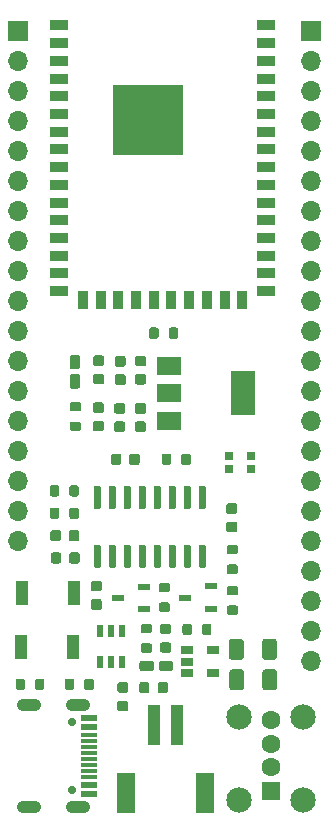
<source format=gbr>
%TF.GenerationSoftware,KiCad,Pcbnew,5.1.5+dfsg1-2build2*%
%TF.CreationDate,2021-06-12T01:28:48+05:30*%
%TF.ProjectId,USBee32-S2,55534265-6533-4322-9d53-322e6b696361,rev?*%
%TF.SameCoordinates,Original*%
%TF.FileFunction,Soldermask,Top*%
%TF.FilePolarity,Negative*%
%FSLAX46Y46*%
G04 Gerber Fmt 4.6, Leading zero omitted, Abs format (unit mm)*
G04 Created by KiCad (PCBNEW 5.1.5+dfsg1-2build2) date 2021-06-12 01:28:48*
%MOMM*%
%LPD*%
G04 APERTURE LIST*
%ADD10R,1.100000X1.100000*%
%ADD11R,1.500000X0.900000*%
%ADD12R,0.900000X1.500000*%
%ADD13R,6.000000X6.000000*%
%ADD14R,1.060000X0.650000*%
%ADD15C,0.700000*%
%ADD16O,2.100000X1.050000*%
%ADD17R,1.450000X0.600000*%
%ADD18R,1.450000X0.300000*%
%ADD19C,0.100000*%
%ADD20R,1.050000X0.600000*%
%ADD21R,1.500000X3.400000*%
%ADD22R,1.000000X3.500000*%
%ADD23R,0.700000X0.700000*%
%ADD24R,0.600000X1.125000*%
%ADD25C,2.150000*%
%ADD26R,1.600000X1.600000*%
%ADD27C,1.600000*%
%ADD28O,1.700000X1.700000*%
%ADD29R,1.700000X1.700000*%
%ADD30R,1.000000X2.000000*%
%ADD31R,2.000000X1.500000*%
%ADD32R,2.000000X3.800000*%
G04 APERTURE END LIST*
D10*
X148010000Y-74750000D03*
X149510000Y-74750000D03*
X151010000Y-74750000D03*
X151010000Y-76250000D03*
X151010000Y-77750000D03*
X149510000Y-77750000D03*
X148010000Y-77750000D03*
X148010000Y-76250000D03*
X149510000Y-76250000D03*
D11*
X159450000Y-68200000D03*
X159450000Y-69700000D03*
X159450000Y-71200000D03*
X159450000Y-72700000D03*
X159450000Y-74200000D03*
X159450000Y-75700000D03*
X159450000Y-77200000D03*
X159450000Y-78700000D03*
X159450000Y-80200000D03*
X159450000Y-81700000D03*
X159450000Y-83200000D03*
X159450000Y-84700000D03*
X159450000Y-86200000D03*
X159450000Y-87700000D03*
X159450000Y-89200000D03*
X159450000Y-90700000D03*
D12*
X157450000Y-91450000D03*
X155950000Y-91450000D03*
X154450000Y-91450000D03*
X152950000Y-91450000D03*
X151450000Y-91450000D03*
X149950000Y-91450000D03*
X148450000Y-91450000D03*
X146950000Y-91450000D03*
X145450000Y-91450000D03*
X143950000Y-91450000D03*
D11*
X141950000Y-90700000D03*
X141950000Y-89200000D03*
X141950000Y-87700000D03*
X141950000Y-86200000D03*
X141950000Y-84700000D03*
X141950000Y-83200000D03*
X141950000Y-81700000D03*
X141950000Y-80200000D03*
X141950000Y-78700000D03*
X141950000Y-77200000D03*
X141950000Y-75700000D03*
X141950000Y-74200000D03*
X141950000Y-72700000D03*
X141950000Y-71200000D03*
X141950000Y-69700000D03*
X141950000Y-68200000D03*
D13*
X149498400Y-76226200D03*
D14*
X154967200Y-121110500D03*
X154967200Y-123010500D03*
X152767200Y-123010500D03*
X152767200Y-122060500D03*
X152767200Y-121110500D03*
D15*
X143013800Y-132938800D03*
X143013800Y-127158800D03*
D16*
X139363800Y-134368800D03*
X139363800Y-125728800D03*
X143543800Y-134368800D03*
X143543800Y-125728800D03*
D17*
X144458800Y-133298800D03*
X144458800Y-132498800D03*
D18*
X144458800Y-131798800D03*
X144458800Y-131298800D03*
X144458800Y-130798800D03*
X144458800Y-130298800D03*
X144458800Y-128298800D03*
X144458800Y-128798800D03*
X144458800Y-129298800D03*
X144458800Y-129798800D03*
D17*
X144458800Y-127598800D03*
X144458800Y-126798800D03*
D19*
G36*
X157375204Y-122723404D02*
G01*
X157399473Y-122727004D01*
X157423271Y-122732965D01*
X157446371Y-122741230D01*
X157468549Y-122751720D01*
X157489593Y-122764333D01*
X157509298Y-122778947D01*
X157527477Y-122795423D01*
X157543953Y-122813602D01*
X157558567Y-122833307D01*
X157571180Y-122854351D01*
X157581670Y-122876529D01*
X157589935Y-122899629D01*
X157595896Y-122923427D01*
X157599496Y-122947696D01*
X157600700Y-122972200D01*
X157600700Y-124222200D01*
X157599496Y-124246704D01*
X157595896Y-124270973D01*
X157589935Y-124294771D01*
X157581670Y-124317871D01*
X157571180Y-124340049D01*
X157558567Y-124361093D01*
X157543953Y-124380798D01*
X157527477Y-124398977D01*
X157509298Y-124415453D01*
X157489593Y-124430067D01*
X157468549Y-124442680D01*
X157446371Y-124453170D01*
X157423271Y-124461435D01*
X157399473Y-124467396D01*
X157375204Y-124470996D01*
X157350700Y-124472200D01*
X156600700Y-124472200D01*
X156576196Y-124470996D01*
X156551927Y-124467396D01*
X156528129Y-124461435D01*
X156505029Y-124453170D01*
X156482851Y-124442680D01*
X156461807Y-124430067D01*
X156442102Y-124415453D01*
X156423923Y-124398977D01*
X156407447Y-124380798D01*
X156392833Y-124361093D01*
X156380220Y-124340049D01*
X156369730Y-124317871D01*
X156361465Y-124294771D01*
X156355504Y-124270973D01*
X156351904Y-124246704D01*
X156350700Y-124222200D01*
X156350700Y-122972200D01*
X156351904Y-122947696D01*
X156355504Y-122923427D01*
X156361465Y-122899629D01*
X156369730Y-122876529D01*
X156380220Y-122854351D01*
X156392833Y-122833307D01*
X156407447Y-122813602D01*
X156423923Y-122795423D01*
X156442102Y-122778947D01*
X156461807Y-122764333D01*
X156482851Y-122751720D01*
X156505029Y-122741230D01*
X156528129Y-122732965D01*
X156551927Y-122727004D01*
X156576196Y-122723404D01*
X156600700Y-122722200D01*
X157350700Y-122722200D01*
X157375204Y-122723404D01*
G37*
G36*
X160175204Y-122723404D02*
G01*
X160199473Y-122727004D01*
X160223271Y-122732965D01*
X160246371Y-122741230D01*
X160268549Y-122751720D01*
X160289593Y-122764333D01*
X160309298Y-122778947D01*
X160327477Y-122795423D01*
X160343953Y-122813602D01*
X160358567Y-122833307D01*
X160371180Y-122854351D01*
X160381670Y-122876529D01*
X160389935Y-122899629D01*
X160395896Y-122923427D01*
X160399496Y-122947696D01*
X160400700Y-122972200D01*
X160400700Y-124222200D01*
X160399496Y-124246704D01*
X160395896Y-124270973D01*
X160389935Y-124294771D01*
X160381670Y-124317871D01*
X160371180Y-124340049D01*
X160358567Y-124361093D01*
X160343953Y-124380798D01*
X160327477Y-124398977D01*
X160309298Y-124415453D01*
X160289593Y-124430067D01*
X160268549Y-124442680D01*
X160246371Y-124453170D01*
X160223271Y-124461435D01*
X160199473Y-124467396D01*
X160175204Y-124470996D01*
X160150700Y-124472200D01*
X159400700Y-124472200D01*
X159376196Y-124470996D01*
X159351927Y-124467396D01*
X159328129Y-124461435D01*
X159305029Y-124453170D01*
X159282851Y-124442680D01*
X159261807Y-124430067D01*
X159242102Y-124415453D01*
X159223923Y-124398977D01*
X159207447Y-124380798D01*
X159192833Y-124361093D01*
X159180220Y-124340049D01*
X159169730Y-124317871D01*
X159161465Y-124294771D01*
X159155504Y-124270973D01*
X159151904Y-124246704D01*
X159150700Y-124222200D01*
X159150700Y-122972200D01*
X159151904Y-122947696D01*
X159155504Y-122923427D01*
X159161465Y-122899629D01*
X159169730Y-122876529D01*
X159180220Y-122854351D01*
X159192833Y-122833307D01*
X159207447Y-122813602D01*
X159223923Y-122795423D01*
X159242102Y-122778947D01*
X159261807Y-122764333D01*
X159282851Y-122751720D01*
X159305029Y-122741230D01*
X159328129Y-122732965D01*
X159351927Y-122727004D01*
X159376196Y-122723404D01*
X159400700Y-122722200D01*
X160150700Y-122722200D01*
X160175204Y-122723404D01*
G37*
G36*
X141781003Y-107133863D02*
G01*
X141800418Y-107136743D01*
X141819457Y-107141512D01*
X141837937Y-107148124D01*
X141855679Y-107156516D01*
X141872514Y-107166606D01*
X141888279Y-107178298D01*
X141902821Y-107191479D01*
X141916002Y-107206021D01*
X141927694Y-107221786D01*
X141937784Y-107238621D01*
X141946176Y-107256363D01*
X141952788Y-107274843D01*
X141957557Y-107293882D01*
X141960437Y-107313297D01*
X141961400Y-107332900D01*
X141961400Y-107882900D01*
X141960437Y-107902503D01*
X141957557Y-107921918D01*
X141952788Y-107940957D01*
X141946176Y-107959437D01*
X141937784Y-107977179D01*
X141927694Y-107994014D01*
X141916002Y-108009779D01*
X141902821Y-108024321D01*
X141888279Y-108037502D01*
X141872514Y-108049194D01*
X141855679Y-108059284D01*
X141837937Y-108067676D01*
X141819457Y-108074288D01*
X141800418Y-108079057D01*
X141781003Y-108081937D01*
X141761400Y-108082900D01*
X141361400Y-108082900D01*
X141341797Y-108081937D01*
X141322382Y-108079057D01*
X141303343Y-108074288D01*
X141284863Y-108067676D01*
X141267121Y-108059284D01*
X141250286Y-108049194D01*
X141234521Y-108037502D01*
X141219979Y-108024321D01*
X141206798Y-108009779D01*
X141195106Y-107994014D01*
X141185016Y-107977179D01*
X141176624Y-107959437D01*
X141170012Y-107940957D01*
X141165243Y-107921918D01*
X141162363Y-107902503D01*
X141161400Y-107882900D01*
X141161400Y-107332900D01*
X141162363Y-107313297D01*
X141165243Y-107293882D01*
X141170012Y-107274843D01*
X141176624Y-107256363D01*
X141185016Y-107238621D01*
X141195106Y-107221786D01*
X141206798Y-107206021D01*
X141219979Y-107191479D01*
X141234521Y-107178298D01*
X141250286Y-107166606D01*
X141267121Y-107156516D01*
X141284863Y-107148124D01*
X141303343Y-107141512D01*
X141322382Y-107136743D01*
X141341797Y-107133863D01*
X141361400Y-107132900D01*
X141761400Y-107132900D01*
X141781003Y-107133863D01*
G37*
G36*
X143431003Y-107133863D02*
G01*
X143450418Y-107136743D01*
X143469457Y-107141512D01*
X143487937Y-107148124D01*
X143505679Y-107156516D01*
X143522514Y-107166606D01*
X143538279Y-107178298D01*
X143552821Y-107191479D01*
X143566002Y-107206021D01*
X143577694Y-107221786D01*
X143587784Y-107238621D01*
X143596176Y-107256363D01*
X143602788Y-107274843D01*
X143607557Y-107293882D01*
X143610437Y-107313297D01*
X143611400Y-107332900D01*
X143611400Y-107882900D01*
X143610437Y-107902503D01*
X143607557Y-107921918D01*
X143602788Y-107940957D01*
X143596176Y-107959437D01*
X143587784Y-107977179D01*
X143577694Y-107994014D01*
X143566002Y-108009779D01*
X143552821Y-108024321D01*
X143538279Y-108037502D01*
X143522514Y-108049194D01*
X143505679Y-108059284D01*
X143487937Y-108067676D01*
X143469457Y-108074288D01*
X143450418Y-108079057D01*
X143431003Y-108081937D01*
X143411400Y-108082900D01*
X143011400Y-108082900D01*
X142991797Y-108081937D01*
X142972382Y-108079057D01*
X142953343Y-108074288D01*
X142934863Y-108067676D01*
X142917121Y-108059284D01*
X142900286Y-108049194D01*
X142884521Y-108037502D01*
X142869979Y-108024321D01*
X142856798Y-108009779D01*
X142845106Y-107994014D01*
X142835016Y-107977179D01*
X142826624Y-107959437D01*
X142820012Y-107940957D01*
X142815243Y-107921918D01*
X142812363Y-107902503D01*
X142811400Y-107882900D01*
X142811400Y-107332900D01*
X142812363Y-107313297D01*
X142815243Y-107293882D01*
X142820012Y-107274843D01*
X142826624Y-107256363D01*
X142835016Y-107238621D01*
X142845106Y-107221786D01*
X142856798Y-107206021D01*
X142869979Y-107191479D01*
X142884521Y-107178298D01*
X142900286Y-107166606D01*
X142917121Y-107156516D01*
X142934863Y-107148124D01*
X142953343Y-107141512D01*
X142972382Y-107136743D01*
X142991797Y-107133863D01*
X143011400Y-107132900D01*
X143411400Y-107132900D01*
X143431003Y-107133863D01*
G37*
G36*
X151404829Y-122004823D02*
G01*
X151425457Y-122007883D01*
X151445685Y-122012950D01*
X151465320Y-122019976D01*
X151484172Y-122028892D01*
X151502059Y-122039613D01*
X151518809Y-122052035D01*
X151534260Y-122066040D01*
X151548265Y-122081491D01*
X151560687Y-122098241D01*
X151571408Y-122116128D01*
X151580324Y-122134980D01*
X151587350Y-122154615D01*
X151592417Y-122174843D01*
X151595477Y-122195471D01*
X151596500Y-122216300D01*
X151596500Y-122641300D01*
X151595477Y-122662129D01*
X151592417Y-122682757D01*
X151587350Y-122702985D01*
X151580324Y-122722620D01*
X151571408Y-122741472D01*
X151560687Y-122759359D01*
X151548265Y-122776109D01*
X151534260Y-122791560D01*
X151518809Y-122805565D01*
X151502059Y-122817987D01*
X151484172Y-122828708D01*
X151465320Y-122837624D01*
X151445685Y-122844650D01*
X151425457Y-122849717D01*
X151404829Y-122852777D01*
X151384000Y-122853800D01*
X150584000Y-122853800D01*
X150563171Y-122852777D01*
X150542543Y-122849717D01*
X150522315Y-122844650D01*
X150502680Y-122837624D01*
X150483828Y-122828708D01*
X150465941Y-122817987D01*
X150449191Y-122805565D01*
X150433740Y-122791560D01*
X150419735Y-122776109D01*
X150407313Y-122759359D01*
X150396592Y-122741472D01*
X150387676Y-122722620D01*
X150380650Y-122702985D01*
X150375583Y-122682757D01*
X150372523Y-122662129D01*
X150371500Y-122641300D01*
X150371500Y-122216300D01*
X150372523Y-122195471D01*
X150375583Y-122174843D01*
X150380650Y-122154615D01*
X150387676Y-122134980D01*
X150396592Y-122116128D01*
X150407313Y-122098241D01*
X150419735Y-122081491D01*
X150433740Y-122066040D01*
X150449191Y-122052035D01*
X150465941Y-122039613D01*
X150483828Y-122028892D01*
X150502680Y-122019976D01*
X150522315Y-122012950D01*
X150542543Y-122007883D01*
X150563171Y-122004823D01*
X150584000Y-122003800D01*
X151384000Y-122003800D01*
X151404829Y-122004823D01*
G37*
G36*
X149779829Y-122004823D02*
G01*
X149800457Y-122007883D01*
X149820685Y-122012950D01*
X149840320Y-122019976D01*
X149859172Y-122028892D01*
X149877059Y-122039613D01*
X149893809Y-122052035D01*
X149909260Y-122066040D01*
X149923265Y-122081491D01*
X149935687Y-122098241D01*
X149946408Y-122116128D01*
X149955324Y-122134980D01*
X149962350Y-122154615D01*
X149967417Y-122174843D01*
X149970477Y-122195471D01*
X149971500Y-122216300D01*
X149971500Y-122641300D01*
X149970477Y-122662129D01*
X149967417Y-122682757D01*
X149962350Y-122702985D01*
X149955324Y-122722620D01*
X149946408Y-122741472D01*
X149935687Y-122759359D01*
X149923265Y-122776109D01*
X149909260Y-122791560D01*
X149893809Y-122805565D01*
X149877059Y-122817987D01*
X149859172Y-122828708D01*
X149840320Y-122837624D01*
X149820685Y-122844650D01*
X149800457Y-122849717D01*
X149779829Y-122852777D01*
X149759000Y-122853800D01*
X148959000Y-122853800D01*
X148938171Y-122852777D01*
X148917543Y-122849717D01*
X148897315Y-122844650D01*
X148877680Y-122837624D01*
X148858828Y-122828708D01*
X148840941Y-122817987D01*
X148824191Y-122805565D01*
X148808740Y-122791560D01*
X148794735Y-122776109D01*
X148782313Y-122759359D01*
X148771592Y-122741472D01*
X148762676Y-122722620D01*
X148755650Y-122702985D01*
X148750583Y-122682757D01*
X148747523Y-122662129D01*
X148746500Y-122641300D01*
X148746500Y-122216300D01*
X148747523Y-122195471D01*
X148750583Y-122174843D01*
X148755650Y-122154615D01*
X148762676Y-122134980D01*
X148771592Y-122116128D01*
X148782313Y-122098241D01*
X148794735Y-122081491D01*
X148808740Y-122066040D01*
X148824191Y-122052035D01*
X148840941Y-122039613D01*
X148858828Y-122028892D01*
X148877680Y-122019976D01*
X148897315Y-122012950D01*
X148917543Y-122007883D01*
X148938171Y-122004823D01*
X148959000Y-122003800D01*
X149759000Y-122003800D01*
X149779829Y-122004823D01*
G37*
D20*
X146912500Y-116675700D03*
X149112500Y-115725700D03*
X149112500Y-117625700D03*
X152614800Y-116650300D03*
X154814800Y-115700300D03*
X154814800Y-117600300D03*
D19*
G36*
X147612011Y-125385893D02*
G01*
X147633246Y-125389043D01*
X147654070Y-125394259D01*
X147674282Y-125401491D01*
X147693688Y-125410670D01*
X147712101Y-125421706D01*
X147729344Y-125434494D01*
X147745250Y-125448910D01*
X147759666Y-125464816D01*
X147772454Y-125482059D01*
X147783490Y-125500472D01*
X147792669Y-125519878D01*
X147799901Y-125540090D01*
X147805117Y-125560914D01*
X147808267Y-125582149D01*
X147809320Y-125603590D01*
X147809320Y-126041090D01*
X147808267Y-126062531D01*
X147805117Y-126083766D01*
X147799901Y-126104590D01*
X147792669Y-126124802D01*
X147783490Y-126144208D01*
X147772454Y-126162621D01*
X147759666Y-126179864D01*
X147745250Y-126195770D01*
X147729344Y-126210186D01*
X147712101Y-126222974D01*
X147693688Y-126234010D01*
X147674282Y-126243189D01*
X147654070Y-126250421D01*
X147633246Y-126255637D01*
X147612011Y-126258787D01*
X147590570Y-126259840D01*
X147078070Y-126259840D01*
X147056629Y-126258787D01*
X147035394Y-126255637D01*
X147014570Y-126250421D01*
X146994358Y-126243189D01*
X146974952Y-126234010D01*
X146956539Y-126222974D01*
X146939296Y-126210186D01*
X146923390Y-126195770D01*
X146908974Y-126179864D01*
X146896186Y-126162621D01*
X146885150Y-126144208D01*
X146875971Y-126124802D01*
X146868739Y-126104590D01*
X146863523Y-126083766D01*
X146860373Y-126062531D01*
X146859320Y-126041090D01*
X146859320Y-125603590D01*
X146860373Y-125582149D01*
X146863523Y-125560914D01*
X146868739Y-125540090D01*
X146875971Y-125519878D01*
X146885150Y-125500472D01*
X146896186Y-125482059D01*
X146908974Y-125464816D01*
X146923390Y-125448910D01*
X146939296Y-125434494D01*
X146956539Y-125421706D01*
X146974952Y-125410670D01*
X146994358Y-125401491D01*
X147014570Y-125394259D01*
X147035394Y-125389043D01*
X147056629Y-125385893D01*
X147078070Y-125384840D01*
X147590570Y-125384840D01*
X147612011Y-125385893D01*
G37*
G36*
X147612011Y-123810893D02*
G01*
X147633246Y-123814043D01*
X147654070Y-123819259D01*
X147674282Y-123826491D01*
X147693688Y-123835670D01*
X147712101Y-123846706D01*
X147729344Y-123859494D01*
X147745250Y-123873910D01*
X147759666Y-123889816D01*
X147772454Y-123907059D01*
X147783490Y-123925472D01*
X147792669Y-123944878D01*
X147799901Y-123965090D01*
X147805117Y-123985914D01*
X147808267Y-124007149D01*
X147809320Y-124028590D01*
X147809320Y-124466090D01*
X147808267Y-124487531D01*
X147805117Y-124508766D01*
X147799901Y-124529590D01*
X147792669Y-124549802D01*
X147783490Y-124569208D01*
X147772454Y-124587621D01*
X147759666Y-124604864D01*
X147745250Y-124620770D01*
X147729344Y-124635186D01*
X147712101Y-124647974D01*
X147693688Y-124659010D01*
X147674282Y-124668189D01*
X147654070Y-124675421D01*
X147633246Y-124680637D01*
X147612011Y-124683787D01*
X147590570Y-124684840D01*
X147078070Y-124684840D01*
X147056629Y-124683787D01*
X147035394Y-124680637D01*
X147014570Y-124675421D01*
X146994358Y-124668189D01*
X146974952Y-124659010D01*
X146956539Y-124647974D01*
X146939296Y-124635186D01*
X146923390Y-124620770D01*
X146908974Y-124604864D01*
X146896186Y-124587621D01*
X146885150Y-124569208D01*
X146875971Y-124549802D01*
X146868739Y-124529590D01*
X146863523Y-124508766D01*
X146860373Y-124487531D01*
X146859320Y-124466090D01*
X146859320Y-124028590D01*
X146860373Y-124007149D01*
X146863523Y-123985914D01*
X146868739Y-123965090D01*
X146875971Y-123944878D01*
X146885150Y-123925472D01*
X146896186Y-123907059D01*
X146908974Y-123889816D01*
X146923390Y-123873910D01*
X146939296Y-123859494D01*
X146956539Y-123846706D01*
X146974952Y-123835670D01*
X146994358Y-123826491D01*
X147014570Y-123819259D01*
X147035394Y-123814043D01*
X147056629Y-123810893D01*
X147078070Y-123809840D01*
X147590570Y-123809840D01*
X147612011Y-123810893D01*
G37*
G36*
X149390511Y-123803973D02*
G01*
X149411746Y-123807123D01*
X149432570Y-123812339D01*
X149452782Y-123819571D01*
X149472188Y-123828750D01*
X149490601Y-123839786D01*
X149507844Y-123852574D01*
X149523750Y-123866990D01*
X149538166Y-123882896D01*
X149550954Y-123900139D01*
X149561990Y-123918552D01*
X149571169Y-123937958D01*
X149578401Y-123958170D01*
X149583617Y-123978994D01*
X149586767Y-124000229D01*
X149587820Y-124021670D01*
X149587820Y-124534170D01*
X149586767Y-124555611D01*
X149583617Y-124576846D01*
X149578401Y-124597670D01*
X149571169Y-124617882D01*
X149561990Y-124637288D01*
X149550954Y-124655701D01*
X149538166Y-124672944D01*
X149523750Y-124688850D01*
X149507844Y-124703266D01*
X149490601Y-124716054D01*
X149472188Y-124727090D01*
X149452782Y-124736269D01*
X149432570Y-124743501D01*
X149411746Y-124748717D01*
X149390511Y-124751867D01*
X149369070Y-124752920D01*
X148931570Y-124752920D01*
X148910129Y-124751867D01*
X148888894Y-124748717D01*
X148868070Y-124743501D01*
X148847858Y-124736269D01*
X148828452Y-124727090D01*
X148810039Y-124716054D01*
X148792796Y-124703266D01*
X148776890Y-124688850D01*
X148762474Y-124672944D01*
X148749686Y-124655701D01*
X148738650Y-124637288D01*
X148729471Y-124617882D01*
X148722239Y-124597670D01*
X148717023Y-124576846D01*
X148713873Y-124555611D01*
X148712820Y-124534170D01*
X148712820Y-124021670D01*
X148713873Y-124000229D01*
X148717023Y-123978994D01*
X148722239Y-123958170D01*
X148729471Y-123937958D01*
X148738650Y-123918552D01*
X148749686Y-123900139D01*
X148762474Y-123882896D01*
X148776890Y-123866990D01*
X148792796Y-123852574D01*
X148810039Y-123839786D01*
X148828452Y-123828750D01*
X148847858Y-123819571D01*
X148868070Y-123812339D01*
X148888894Y-123807123D01*
X148910129Y-123803973D01*
X148931570Y-123802920D01*
X149369070Y-123802920D01*
X149390511Y-123803973D01*
G37*
G36*
X150965511Y-123803973D02*
G01*
X150986746Y-123807123D01*
X151007570Y-123812339D01*
X151027782Y-123819571D01*
X151047188Y-123828750D01*
X151065601Y-123839786D01*
X151082844Y-123852574D01*
X151098750Y-123866990D01*
X151113166Y-123882896D01*
X151125954Y-123900139D01*
X151136990Y-123918552D01*
X151146169Y-123937958D01*
X151153401Y-123958170D01*
X151158617Y-123978994D01*
X151161767Y-124000229D01*
X151162820Y-124021670D01*
X151162820Y-124534170D01*
X151161767Y-124555611D01*
X151158617Y-124576846D01*
X151153401Y-124597670D01*
X151146169Y-124617882D01*
X151136990Y-124637288D01*
X151125954Y-124655701D01*
X151113166Y-124672944D01*
X151098750Y-124688850D01*
X151082844Y-124703266D01*
X151065601Y-124716054D01*
X151047188Y-124727090D01*
X151027782Y-124736269D01*
X151007570Y-124743501D01*
X150986746Y-124748717D01*
X150965511Y-124751867D01*
X150944070Y-124752920D01*
X150506570Y-124752920D01*
X150485129Y-124751867D01*
X150463894Y-124748717D01*
X150443070Y-124743501D01*
X150422858Y-124736269D01*
X150403452Y-124727090D01*
X150385039Y-124716054D01*
X150367796Y-124703266D01*
X150351890Y-124688850D01*
X150337474Y-124672944D01*
X150324686Y-124655701D01*
X150313650Y-124637288D01*
X150304471Y-124617882D01*
X150297239Y-124597670D01*
X150292023Y-124576846D01*
X150288873Y-124555611D01*
X150287820Y-124534170D01*
X150287820Y-124021670D01*
X150288873Y-124000229D01*
X150292023Y-123978994D01*
X150297239Y-123958170D01*
X150304471Y-123937958D01*
X150313650Y-123918552D01*
X150324686Y-123900139D01*
X150337474Y-123882896D01*
X150351890Y-123866990D01*
X150367796Y-123852574D01*
X150385039Y-123839786D01*
X150403452Y-123828750D01*
X150422858Y-123819571D01*
X150443070Y-123812339D01*
X150463894Y-123807123D01*
X150485129Y-123803973D01*
X150506570Y-123802920D01*
X150944070Y-123802920D01*
X150965511Y-123803973D01*
G37*
D21*
X147596200Y-133157200D03*
X154296200Y-133157200D03*
D22*
X149946200Y-127407200D03*
X151946200Y-127407200D03*
D23*
X156350720Y-105777920D03*
X156350720Y-104677920D03*
X158180720Y-104677920D03*
X158180720Y-105777920D03*
D19*
G36*
X151236591Y-120430353D02*
G01*
X151257826Y-120433503D01*
X151278650Y-120438719D01*
X151298862Y-120445951D01*
X151318268Y-120455130D01*
X151336681Y-120466166D01*
X151353924Y-120478954D01*
X151369830Y-120493370D01*
X151384246Y-120509276D01*
X151397034Y-120526519D01*
X151408070Y-120544932D01*
X151417249Y-120564338D01*
X151424481Y-120584550D01*
X151429697Y-120605374D01*
X151432847Y-120626609D01*
X151433900Y-120648050D01*
X151433900Y-121085550D01*
X151432847Y-121106991D01*
X151429697Y-121128226D01*
X151424481Y-121149050D01*
X151417249Y-121169262D01*
X151408070Y-121188668D01*
X151397034Y-121207081D01*
X151384246Y-121224324D01*
X151369830Y-121240230D01*
X151353924Y-121254646D01*
X151336681Y-121267434D01*
X151318268Y-121278470D01*
X151298862Y-121287649D01*
X151278650Y-121294881D01*
X151257826Y-121300097D01*
X151236591Y-121303247D01*
X151215150Y-121304300D01*
X150702650Y-121304300D01*
X150681209Y-121303247D01*
X150659974Y-121300097D01*
X150639150Y-121294881D01*
X150618938Y-121287649D01*
X150599532Y-121278470D01*
X150581119Y-121267434D01*
X150563876Y-121254646D01*
X150547970Y-121240230D01*
X150533554Y-121224324D01*
X150520766Y-121207081D01*
X150509730Y-121188668D01*
X150500551Y-121169262D01*
X150493319Y-121149050D01*
X150488103Y-121128226D01*
X150484953Y-121106991D01*
X150483900Y-121085550D01*
X150483900Y-120648050D01*
X150484953Y-120626609D01*
X150488103Y-120605374D01*
X150493319Y-120584550D01*
X150500551Y-120564338D01*
X150509730Y-120544932D01*
X150520766Y-120526519D01*
X150533554Y-120509276D01*
X150547970Y-120493370D01*
X150563876Y-120478954D01*
X150581119Y-120466166D01*
X150599532Y-120455130D01*
X150618938Y-120445951D01*
X150639150Y-120438719D01*
X150659974Y-120433503D01*
X150681209Y-120430353D01*
X150702650Y-120429300D01*
X151215150Y-120429300D01*
X151236591Y-120430353D01*
G37*
G36*
X151236591Y-118855353D02*
G01*
X151257826Y-118858503D01*
X151278650Y-118863719D01*
X151298862Y-118870951D01*
X151318268Y-118880130D01*
X151336681Y-118891166D01*
X151353924Y-118903954D01*
X151369830Y-118918370D01*
X151384246Y-118934276D01*
X151397034Y-118951519D01*
X151408070Y-118969932D01*
X151417249Y-118989338D01*
X151424481Y-119009550D01*
X151429697Y-119030374D01*
X151432847Y-119051609D01*
X151433900Y-119073050D01*
X151433900Y-119510550D01*
X151432847Y-119531991D01*
X151429697Y-119553226D01*
X151424481Y-119574050D01*
X151417249Y-119594262D01*
X151408070Y-119613668D01*
X151397034Y-119632081D01*
X151384246Y-119649324D01*
X151369830Y-119665230D01*
X151353924Y-119679646D01*
X151336681Y-119692434D01*
X151318268Y-119703470D01*
X151298862Y-119712649D01*
X151278650Y-119719881D01*
X151257826Y-119725097D01*
X151236591Y-119728247D01*
X151215150Y-119729300D01*
X150702650Y-119729300D01*
X150681209Y-119728247D01*
X150659974Y-119725097D01*
X150639150Y-119719881D01*
X150618938Y-119712649D01*
X150599532Y-119703470D01*
X150581119Y-119692434D01*
X150563876Y-119679646D01*
X150547970Y-119665230D01*
X150533554Y-119649324D01*
X150520766Y-119632081D01*
X150509730Y-119613668D01*
X150500551Y-119594262D01*
X150493319Y-119574050D01*
X150488103Y-119553226D01*
X150484953Y-119531991D01*
X150483900Y-119510550D01*
X150483900Y-119073050D01*
X150484953Y-119051609D01*
X150488103Y-119030374D01*
X150493319Y-119009550D01*
X150500551Y-118989338D01*
X150509730Y-118969932D01*
X150520766Y-118951519D01*
X150533554Y-118934276D01*
X150547970Y-118918370D01*
X150563876Y-118903954D01*
X150581119Y-118891166D01*
X150599532Y-118880130D01*
X150618938Y-118870951D01*
X150639150Y-118863719D01*
X150659974Y-118858503D01*
X150681209Y-118855353D01*
X150702650Y-118854300D01*
X151215150Y-118854300D01*
X151236591Y-118855353D01*
G37*
D24*
X147286100Y-122089800D03*
X146336100Y-122089800D03*
X145386100Y-122089800D03*
X145386100Y-119465800D03*
X146336100Y-119465800D03*
X147286100Y-119465800D03*
D25*
X157192400Y-133750600D03*
X157192400Y-126750600D03*
X162632400Y-126750600D03*
X162632400Y-133750600D03*
D26*
X159912400Y-133020600D03*
D27*
X159912400Y-131020600D03*
X159912400Y-129020600D03*
X159912400Y-127020600D03*
D19*
G36*
X151255203Y-104454163D02*
G01*
X151274618Y-104457043D01*
X151293657Y-104461812D01*
X151312137Y-104468424D01*
X151329879Y-104476816D01*
X151346714Y-104486906D01*
X151362479Y-104498598D01*
X151377021Y-104511779D01*
X151390202Y-104526321D01*
X151401894Y-104542086D01*
X151411984Y-104558921D01*
X151420376Y-104576663D01*
X151426988Y-104595143D01*
X151431757Y-104614182D01*
X151434637Y-104633597D01*
X151435600Y-104653200D01*
X151435600Y-105203200D01*
X151434637Y-105222803D01*
X151431757Y-105242218D01*
X151426988Y-105261257D01*
X151420376Y-105279737D01*
X151411984Y-105297479D01*
X151401894Y-105314314D01*
X151390202Y-105330079D01*
X151377021Y-105344621D01*
X151362479Y-105357802D01*
X151346714Y-105369494D01*
X151329879Y-105379584D01*
X151312137Y-105387976D01*
X151293657Y-105394588D01*
X151274618Y-105399357D01*
X151255203Y-105402237D01*
X151235600Y-105403200D01*
X150835600Y-105403200D01*
X150815997Y-105402237D01*
X150796582Y-105399357D01*
X150777543Y-105394588D01*
X150759063Y-105387976D01*
X150741321Y-105379584D01*
X150724486Y-105369494D01*
X150708721Y-105357802D01*
X150694179Y-105344621D01*
X150680998Y-105330079D01*
X150669306Y-105314314D01*
X150659216Y-105297479D01*
X150650824Y-105279737D01*
X150644212Y-105261257D01*
X150639443Y-105242218D01*
X150636563Y-105222803D01*
X150635600Y-105203200D01*
X150635600Y-104653200D01*
X150636563Y-104633597D01*
X150639443Y-104614182D01*
X150644212Y-104595143D01*
X150650824Y-104576663D01*
X150659216Y-104558921D01*
X150669306Y-104542086D01*
X150680998Y-104526321D01*
X150694179Y-104511779D01*
X150708721Y-104498598D01*
X150724486Y-104486906D01*
X150741321Y-104476816D01*
X150759063Y-104468424D01*
X150777543Y-104461812D01*
X150796582Y-104457043D01*
X150815997Y-104454163D01*
X150835600Y-104453200D01*
X151235600Y-104453200D01*
X151255203Y-104454163D01*
G37*
G36*
X152905203Y-104454163D02*
G01*
X152924618Y-104457043D01*
X152943657Y-104461812D01*
X152962137Y-104468424D01*
X152979879Y-104476816D01*
X152996714Y-104486906D01*
X153012479Y-104498598D01*
X153027021Y-104511779D01*
X153040202Y-104526321D01*
X153051894Y-104542086D01*
X153061984Y-104558921D01*
X153070376Y-104576663D01*
X153076988Y-104595143D01*
X153081757Y-104614182D01*
X153084637Y-104633597D01*
X153085600Y-104653200D01*
X153085600Y-105203200D01*
X153084637Y-105222803D01*
X153081757Y-105242218D01*
X153076988Y-105261257D01*
X153070376Y-105279737D01*
X153061984Y-105297479D01*
X153051894Y-105314314D01*
X153040202Y-105330079D01*
X153027021Y-105344621D01*
X153012479Y-105357802D01*
X152996714Y-105369494D01*
X152979879Y-105379584D01*
X152962137Y-105387976D01*
X152943657Y-105394588D01*
X152924618Y-105399357D01*
X152905203Y-105402237D01*
X152885600Y-105403200D01*
X152485600Y-105403200D01*
X152465997Y-105402237D01*
X152446582Y-105399357D01*
X152427543Y-105394588D01*
X152409063Y-105387976D01*
X152391321Y-105379584D01*
X152374486Y-105369494D01*
X152358721Y-105357802D01*
X152344179Y-105344621D01*
X152330998Y-105330079D01*
X152319306Y-105314314D01*
X152309216Y-105297479D01*
X152300824Y-105279737D01*
X152294212Y-105261257D01*
X152289443Y-105242218D01*
X152286563Y-105222803D01*
X152285600Y-105203200D01*
X152285600Y-104653200D01*
X152286563Y-104633597D01*
X152289443Y-104614182D01*
X152294212Y-104595143D01*
X152300824Y-104576663D01*
X152309216Y-104558921D01*
X152319306Y-104542086D01*
X152330998Y-104526321D01*
X152344179Y-104511779D01*
X152358721Y-104498598D01*
X152374486Y-104486906D01*
X152391321Y-104476816D01*
X152409063Y-104468424D01*
X152427543Y-104461812D01*
X152446582Y-104457043D01*
X152465997Y-104454163D01*
X152485600Y-104453200D01*
X152885600Y-104453200D01*
X152905203Y-104454163D01*
G37*
G36*
X149627903Y-118867963D02*
G01*
X149647318Y-118870843D01*
X149666357Y-118875612D01*
X149684837Y-118882224D01*
X149702579Y-118890616D01*
X149719414Y-118900706D01*
X149735179Y-118912398D01*
X149749721Y-118925579D01*
X149762902Y-118940121D01*
X149774594Y-118955886D01*
X149784684Y-118972721D01*
X149793076Y-118990463D01*
X149799688Y-119008943D01*
X149804457Y-119027982D01*
X149807337Y-119047397D01*
X149808300Y-119067000D01*
X149808300Y-119467000D01*
X149807337Y-119486603D01*
X149804457Y-119506018D01*
X149799688Y-119525057D01*
X149793076Y-119543537D01*
X149784684Y-119561279D01*
X149774594Y-119578114D01*
X149762902Y-119593879D01*
X149749721Y-119608421D01*
X149735179Y-119621602D01*
X149719414Y-119633294D01*
X149702579Y-119643384D01*
X149684837Y-119651776D01*
X149666357Y-119658388D01*
X149647318Y-119663157D01*
X149627903Y-119666037D01*
X149608300Y-119667000D01*
X149058300Y-119667000D01*
X149038697Y-119666037D01*
X149019282Y-119663157D01*
X149000243Y-119658388D01*
X148981763Y-119651776D01*
X148964021Y-119643384D01*
X148947186Y-119633294D01*
X148931421Y-119621602D01*
X148916879Y-119608421D01*
X148903698Y-119593879D01*
X148892006Y-119578114D01*
X148881916Y-119561279D01*
X148873524Y-119543537D01*
X148866912Y-119525057D01*
X148862143Y-119506018D01*
X148859263Y-119486603D01*
X148858300Y-119467000D01*
X148858300Y-119067000D01*
X148859263Y-119047397D01*
X148862143Y-119027982D01*
X148866912Y-119008943D01*
X148873524Y-118990463D01*
X148881916Y-118972721D01*
X148892006Y-118955886D01*
X148903698Y-118940121D01*
X148916879Y-118925579D01*
X148931421Y-118912398D01*
X148947186Y-118900706D01*
X148964021Y-118890616D01*
X148981763Y-118882224D01*
X149000243Y-118875612D01*
X149019282Y-118870843D01*
X149038697Y-118867963D01*
X149058300Y-118867000D01*
X149608300Y-118867000D01*
X149627903Y-118867963D01*
G37*
G36*
X149627903Y-120517963D02*
G01*
X149647318Y-120520843D01*
X149666357Y-120525612D01*
X149684837Y-120532224D01*
X149702579Y-120540616D01*
X149719414Y-120550706D01*
X149735179Y-120562398D01*
X149749721Y-120575579D01*
X149762902Y-120590121D01*
X149774594Y-120605886D01*
X149784684Y-120622721D01*
X149793076Y-120640463D01*
X149799688Y-120658943D01*
X149804457Y-120677982D01*
X149807337Y-120697397D01*
X149808300Y-120717000D01*
X149808300Y-121117000D01*
X149807337Y-121136603D01*
X149804457Y-121156018D01*
X149799688Y-121175057D01*
X149793076Y-121193537D01*
X149784684Y-121211279D01*
X149774594Y-121228114D01*
X149762902Y-121243879D01*
X149749721Y-121258421D01*
X149735179Y-121271602D01*
X149719414Y-121283294D01*
X149702579Y-121293384D01*
X149684837Y-121301776D01*
X149666357Y-121308388D01*
X149647318Y-121313157D01*
X149627903Y-121316037D01*
X149608300Y-121317000D01*
X149058300Y-121317000D01*
X149038697Y-121316037D01*
X149019282Y-121313157D01*
X149000243Y-121308388D01*
X148981763Y-121301776D01*
X148964021Y-121293384D01*
X148947186Y-121283294D01*
X148931421Y-121271602D01*
X148916879Y-121258421D01*
X148903698Y-121243879D01*
X148892006Y-121228114D01*
X148881916Y-121211279D01*
X148873524Y-121193537D01*
X148866912Y-121175057D01*
X148862143Y-121156018D01*
X148859263Y-121136603D01*
X148858300Y-121117000D01*
X148858300Y-120717000D01*
X148859263Y-120697397D01*
X148862143Y-120677982D01*
X148866912Y-120658943D01*
X148873524Y-120640463D01*
X148881916Y-120622721D01*
X148892006Y-120605886D01*
X148903698Y-120590121D01*
X148916879Y-120575579D01*
X148931421Y-120562398D01*
X148947186Y-120550706D01*
X148964021Y-120540616D01*
X148981763Y-120532224D01*
X149000243Y-120525612D01*
X149019282Y-120520843D01*
X149038697Y-120517963D01*
X149058300Y-120517000D01*
X149608300Y-120517000D01*
X149627903Y-120517963D01*
G37*
G36*
X153007803Y-118855963D02*
G01*
X153027218Y-118858843D01*
X153046257Y-118863612D01*
X153064737Y-118870224D01*
X153082479Y-118878616D01*
X153099314Y-118888706D01*
X153115079Y-118900398D01*
X153129621Y-118913579D01*
X153142802Y-118928121D01*
X153154494Y-118943886D01*
X153164584Y-118960721D01*
X153172976Y-118978463D01*
X153179588Y-118996943D01*
X153184357Y-119015982D01*
X153187237Y-119035397D01*
X153188200Y-119055000D01*
X153188200Y-119605000D01*
X153187237Y-119624603D01*
X153184357Y-119644018D01*
X153179588Y-119663057D01*
X153172976Y-119681537D01*
X153164584Y-119699279D01*
X153154494Y-119716114D01*
X153142802Y-119731879D01*
X153129621Y-119746421D01*
X153115079Y-119759602D01*
X153099314Y-119771294D01*
X153082479Y-119781384D01*
X153064737Y-119789776D01*
X153046257Y-119796388D01*
X153027218Y-119801157D01*
X153007803Y-119804037D01*
X152988200Y-119805000D01*
X152588200Y-119805000D01*
X152568597Y-119804037D01*
X152549182Y-119801157D01*
X152530143Y-119796388D01*
X152511663Y-119789776D01*
X152493921Y-119781384D01*
X152477086Y-119771294D01*
X152461321Y-119759602D01*
X152446779Y-119746421D01*
X152433598Y-119731879D01*
X152421906Y-119716114D01*
X152411816Y-119699279D01*
X152403424Y-119681537D01*
X152396812Y-119663057D01*
X152392043Y-119644018D01*
X152389163Y-119624603D01*
X152388200Y-119605000D01*
X152388200Y-119055000D01*
X152389163Y-119035397D01*
X152392043Y-119015982D01*
X152396812Y-118996943D01*
X152403424Y-118978463D01*
X152411816Y-118960721D01*
X152421906Y-118943886D01*
X152433598Y-118928121D01*
X152446779Y-118913579D01*
X152461321Y-118900398D01*
X152477086Y-118888706D01*
X152493921Y-118878616D01*
X152511663Y-118870224D01*
X152530143Y-118863612D01*
X152549182Y-118858843D01*
X152568597Y-118855963D01*
X152588200Y-118855000D01*
X152988200Y-118855000D01*
X153007803Y-118855963D01*
G37*
G36*
X154657803Y-118855963D02*
G01*
X154677218Y-118858843D01*
X154696257Y-118863612D01*
X154714737Y-118870224D01*
X154732479Y-118878616D01*
X154749314Y-118888706D01*
X154765079Y-118900398D01*
X154779621Y-118913579D01*
X154792802Y-118928121D01*
X154804494Y-118943886D01*
X154814584Y-118960721D01*
X154822976Y-118978463D01*
X154829588Y-118996943D01*
X154834357Y-119015982D01*
X154837237Y-119035397D01*
X154838200Y-119055000D01*
X154838200Y-119605000D01*
X154837237Y-119624603D01*
X154834357Y-119644018D01*
X154829588Y-119663057D01*
X154822976Y-119681537D01*
X154814584Y-119699279D01*
X154804494Y-119716114D01*
X154792802Y-119731879D01*
X154779621Y-119746421D01*
X154765079Y-119759602D01*
X154749314Y-119771294D01*
X154732479Y-119781384D01*
X154714737Y-119789776D01*
X154696257Y-119796388D01*
X154677218Y-119801157D01*
X154657803Y-119804037D01*
X154638200Y-119805000D01*
X154238200Y-119805000D01*
X154218597Y-119804037D01*
X154199182Y-119801157D01*
X154180143Y-119796388D01*
X154161663Y-119789776D01*
X154143921Y-119781384D01*
X154127086Y-119771294D01*
X154111321Y-119759602D01*
X154096779Y-119746421D01*
X154083598Y-119731879D01*
X154071906Y-119716114D01*
X154061816Y-119699279D01*
X154053424Y-119681537D01*
X154046812Y-119663057D01*
X154042043Y-119644018D01*
X154039163Y-119624603D01*
X154038200Y-119605000D01*
X154038200Y-119055000D01*
X154039163Y-119035397D01*
X154042043Y-119015982D01*
X154046812Y-118996943D01*
X154053424Y-118978463D01*
X154061816Y-118960721D01*
X154071906Y-118943886D01*
X154083598Y-118928121D01*
X154096779Y-118913579D01*
X154111321Y-118900398D01*
X154127086Y-118888706D01*
X154143921Y-118878616D01*
X154161663Y-118870224D01*
X154180143Y-118863612D01*
X154199182Y-118858843D01*
X154218597Y-118855963D01*
X154238200Y-118855000D01*
X154638200Y-118855000D01*
X154657803Y-118855963D01*
G37*
G36*
X147382854Y-97735883D02*
G01*
X147404695Y-97739123D01*
X147426114Y-97744488D01*
X147446904Y-97751927D01*
X147466864Y-97761368D01*
X147485803Y-97772719D01*
X147503538Y-97785873D01*
X147519899Y-97800701D01*
X147534727Y-97817062D01*
X147547881Y-97834797D01*
X147559232Y-97853736D01*
X147568673Y-97873696D01*
X147576112Y-97894486D01*
X147581477Y-97915905D01*
X147584717Y-97937746D01*
X147585800Y-97959800D01*
X147585800Y-98409800D01*
X147584717Y-98431854D01*
X147581477Y-98453695D01*
X147576112Y-98475114D01*
X147568673Y-98495904D01*
X147559232Y-98515864D01*
X147547881Y-98534803D01*
X147534727Y-98552538D01*
X147519899Y-98568899D01*
X147503538Y-98583727D01*
X147485803Y-98596881D01*
X147466864Y-98608232D01*
X147446904Y-98617673D01*
X147426114Y-98625112D01*
X147404695Y-98630477D01*
X147382854Y-98633717D01*
X147360800Y-98634800D01*
X146860800Y-98634800D01*
X146838746Y-98633717D01*
X146816905Y-98630477D01*
X146795486Y-98625112D01*
X146774696Y-98617673D01*
X146754736Y-98608232D01*
X146735797Y-98596881D01*
X146718062Y-98583727D01*
X146701701Y-98568899D01*
X146686873Y-98552538D01*
X146673719Y-98534803D01*
X146662368Y-98515864D01*
X146652927Y-98495904D01*
X146645488Y-98475114D01*
X146640123Y-98453695D01*
X146636883Y-98431854D01*
X146635800Y-98409800D01*
X146635800Y-97959800D01*
X146636883Y-97937746D01*
X146640123Y-97915905D01*
X146645488Y-97894486D01*
X146652927Y-97873696D01*
X146662368Y-97853736D01*
X146673719Y-97834797D01*
X146686873Y-97817062D01*
X146701701Y-97800701D01*
X146718062Y-97785873D01*
X146735797Y-97772719D01*
X146754736Y-97761368D01*
X146774696Y-97751927D01*
X146795486Y-97744488D01*
X146816905Y-97739123D01*
X146838746Y-97735883D01*
X146860800Y-97734800D01*
X147360800Y-97734800D01*
X147382854Y-97735883D01*
G37*
G36*
X147382854Y-96185883D02*
G01*
X147404695Y-96189123D01*
X147426114Y-96194488D01*
X147446904Y-96201927D01*
X147466864Y-96211368D01*
X147485803Y-96222719D01*
X147503538Y-96235873D01*
X147519899Y-96250701D01*
X147534727Y-96267062D01*
X147547881Y-96284797D01*
X147559232Y-96303736D01*
X147568673Y-96323696D01*
X147576112Y-96344486D01*
X147581477Y-96365905D01*
X147584717Y-96387746D01*
X147585800Y-96409800D01*
X147585800Y-96859800D01*
X147584717Y-96881854D01*
X147581477Y-96903695D01*
X147576112Y-96925114D01*
X147568673Y-96945904D01*
X147559232Y-96965864D01*
X147547881Y-96984803D01*
X147534727Y-97002538D01*
X147519899Y-97018899D01*
X147503538Y-97033727D01*
X147485803Y-97046881D01*
X147466864Y-97058232D01*
X147446904Y-97067673D01*
X147426114Y-97075112D01*
X147404695Y-97080477D01*
X147382854Y-97083717D01*
X147360800Y-97084800D01*
X146860800Y-97084800D01*
X146838746Y-97083717D01*
X146816905Y-97080477D01*
X146795486Y-97075112D01*
X146774696Y-97067673D01*
X146754736Y-97058232D01*
X146735797Y-97046881D01*
X146718062Y-97033727D01*
X146701701Y-97018899D01*
X146686873Y-97002538D01*
X146673719Y-96984803D01*
X146662368Y-96965864D01*
X146652927Y-96945904D01*
X146645488Y-96925114D01*
X146640123Y-96903695D01*
X146636883Y-96881854D01*
X146635800Y-96859800D01*
X146635800Y-96409800D01*
X146636883Y-96387746D01*
X146640123Y-96365905D01*
X146645488Y-96344486D01*
X146652927Y-96323696D01*
X146662368Y-96303736D01*
X146673719Y-96284797D01*
X146686873Y-96267062D01*
X146701701Y-96250701D01*
X146718062Y-96235873D01*
X146735797Y-96222719D01*
X146754736Y-96211368D01*
X146774696Y-96201927D01*
X146795486Y-96194488D01*
X146816905Y-96189123D01*
X146838746Y-96185883D01*
X146860800Y-96184800D01*
X147360800Y-96184800D01*
X147382854Y-96185883D01*
G37*
G36*
X147344754Y-101723383D02*
G01*
X147366595Y-101726623D01*
X147388014Y-101731988D01*
X147408804Y-101739427D01*
X147428764Y-101748868D01*
X147447703Y-101760219D01*
X147465438Y-101773373D01*
X147481799Y-101788201D01*
X147496627Y-101804562D01*
X147509781Y-101822297D01*
X147521132Y-101841236D01*
X147530573Y-101861196D01*
X147538012Y-101881986D01*
X147543377Y-101903405D01*
X147546617Y-101925246D01*
X147547700Y-101947300D01*
X147547700Y-102397300D01*
X147546617Y-102419354D01*
X147543377Y-102441195D01*
X147538012Y-102462614D01*
X147530573Y-102483404D01*
X147521132Y-102503364D01*
X147509781Y-102522303D01*
X147496627Y-102540038D01*
X147481799Y-102556399D01*
X147465438Y-102571227D01*
X147447703Y-102584381D01*
X147428764Y-102595732D01*
X147408804Y-102605173D01*
X147388014Y-102612612D01*
X147366595Y-102617977D01*
X147344754Y-102621217D01*
X147322700Y-102622300D01*
X146822700Y-102622300D01*
X146800646Y-102621217D01*
X146778805Y-102617977D01*
X146757386Y-102612612D01*
X146736596Y-102605173D01*
X146716636Y-102595732D01*
X146697697Y-102584381D01*
X146679962Y-102571227D01*
X146663601Y-102556399D01*
X146648773Y-102540038D01*
X146635619Y-102522303D01*
X146624268Y-102503364D01*
X146614827Y-102483404D01*
X146607388Y-102462614D01*
X146602023Y-102441195D01*
X146598783Y-102419354D01*
X146597700Y-102397300D01*
X146597700Y-101947300D01*
X146598783Y-101925246D01*
X146602023Y-101903405D01*
X146607388Y-101881986D01*
X146614827Y-101861196D01*
X146624268Y-101841236D01*
X146635619Y-101822297D01*
X146648773Y-101804562D01*
X146663601Y-101788201D01*
X146679962Y-101773373D01*
X146697697Y-101760219D01*
X146716636Y-101748868D01*
X146736596Y-101739427D01*
X146757386Y-101731988D01*
X146778805Y-101726623D01*
X146800646Y-101723383D01*
X146822700Y-101722300D01*
X147322700Y-101722300D01*
X147344754Y-101723383D01*
G37*
G36*
X147344754Y-100173383D02*
G01*
X147366595Y-100176623D01*
X147388014Y-100181988D01*
X147408804Y-100189427D01*
X147428764Y-100198868D01*
X147447703Y-100210219D01*
X147465438Y-100223373D01*
X147481799Y-100238201D01*
X147496627Y-100254562D01*
X147509781Y-100272297D01*
X147521132Y-100291236D01*
X147530573Y-100311196D01*
X147538012Y-100331986D01*
X147543377Y-100353405D01*
X147546617Y-100375246D01*
X147547700Y-100397300D01*
X147547700Y-100847300D01*
X147546617Y-100869354D01*
X147543377Y-100891195D01*
X147538012Y-100912614D01*
X147530573Y-100933404D01*
X147521132Y-100953364D01*
X147509781Y-100972303D01*
X147496627Y-100990038D01*
X147481799Y-101006399D01*
X147465438Y-101021227D01*
X147447703Y-101034381D01*
X147428764Y-101045732D01*
X147408804Y-101055173D01*
X147388014Y-101062612D01*
X147366595Y-101067977D01*
X147344754Y-101071217D01*
X147322700Y-101072300D01*
X146822700Y-101072300D01*
X146800646Y-101071217D01*
X146778805Y-101067977D01*
X146757386Y-101062612D01*
X146736596Y-101055173D01*
X146716636Y-101045732D01*
X146697697Y-101034381D01*
X146679962Y-101021227D01*
X146663601Y-101006399D01*
X146648773Y-100990038D01*
X146635619Y-100972303D01*
X146624268Y-100953364D01*
X146614827Y-100933404D01*
X146607388Y-100912614D01*
X146602023Y-100891195D01*
X146598783Y-100869354D01*
X146597700Y-100847300D01*
X146597700Y-100397300D01*
X146598783Y-100375246D01*
X146602023Y-100353405D01*
X146607388Y-100331986D01*
X146614827Y-100311196D01*
X146624268Y-100291236D01*
X146635619Y-100272297D01*
X146648773Y-100254562D01*
X146663601Y-100238201D01*
X146679962Y-100223373D01*
X146697697Y-100210219D01*
X146716636Y-100198868D01*
X146736596Y-100189427D01*
X146757386Y-100181988D01*
X146778805Y-100176623D01*
X146800646Y-100173383D01*
X146822700Y-100172300D01*
X147322700Y-100172300D01*
X147344754Y-100173383D01*
G37*
G36*
X160149804Y-120145304D02*
G01*
X160174073Y-120148904D01*
X160197871Y-120154865D01*
X160220971Y-120163130D01*
X160243149Y-120173620D01*
X160264193Y-120186233D01*
X160283898Y-120200847D01*
X160302077Y-120217323D01*
X160318553Y-120235502D01*
X160333167Y-120255207D01*
X160345780Y-120276251D01*
X160356270Y-120298429D01*
X160364535Y-120321529D01*
X160370496Y-120345327D01*
X160374096Y-120369596D01*
X160375300Y-120394100D01*
X160375300Y-121644100D01*
X160374096Y-121668604D01*
X160370496Y-121692873D01*
X160364535Y-121716671D01*
X160356270Y-121739771D01*
X160345780Y-121761949D01*
X160333167Y-121782993D01*
X160318553Y-121802698D01*
X160302077Y-121820877D01*
X160283898Y-121837353D01*
X160264193Y-121851967D01*
X160243149Y-121864580D01*
X160220971Y-121875070D01*
X160197871Y-121883335D01*
X160174073Y-121889296D01*
X160149804Y-121892896D01*
X160125300Y-121894100D01*
X159375300Y-121894100D01*
X159350796Y-121892896D01*
X159326527Y-121889296D01*
X159302729Y-121883335D01*
X159279629Y-121875070D01*
X159257451Y-121864580D01*
X159236407Y-121851967D01*
X159216702Y-121837353D01*
X159198523Y-121820877D01*
X159182047Y-121802698D01*
X159167433Y-121782993D01*
X159154820Y-121761949D01*
X159144330Y-121739771D01*
X159136065Y-121716671D01*
X159130104Y-121692873D01*
X159126504Y-121668604D01*
X159125300Y-121644100D01*
X159125300Y-120394100D01*
X159126504Y-120369596D01*
X159130104Y-120345327D01*
X159136065Y-120321529D01*
X159144330Y-120298429D01*
X159154820Y-120276251D01*
X159167433Y-120255207D01*
X159182047Y-120235502D01*
X159198523Y-120217323D01*
X159216702Y-120200847D01*
X159236407Y-120186233D01*
X159257451Y-120173620D01*
X159279629Y-120163130D01*
X159302729Y-120154865D01*
X159326527Y-120148904D01*
X159350796Y-120145304D01*
X159375300Y-120144100D01*
X160125300Y-120144100D01*
X160149804Y-120145304D01*
G37*
G36*
X157349804Y-120145304D02*
G01*
X157374073Y-120148904D01*
X157397871Y-120154865D01*
X157420971Y-120163130D01*
X157443149Y-120173620D01*
X157464193Y-120186233D01*
X157483898Y-120200847D01*
X157502077Y-120217323D01*
X157518553Y-120235502D01*
X157533167Y-120255207D01*
X157545780Y-120276251D01*
X157556270Y-120298429D01*
X157564535Y-120321529D01*
X157570496Y-120345327D01*
X157574096Y-120369596D01*
X157575300Y-120394100D01*
X157575300Y-121644100D01*
X157574096Y-121668604D01*
X157570496Y-121692873D01*
X157564535Y-121716671D01*
X157556270Y-121739771D01*
X157545780Y-121761949D01*
X157533167Y-121782993D01*
X157518553Y-121802698D01*
X157502077Y-121820877D01*
X157483898Y-121837353D01*
X157464193Y-121851967D01*
X157443149Y-121864580D01*
X157420971Y-121875070D01*
X157397871Y-121883335D01*
X157374073Y-121889296D01*
X157349804Y-121892896D01*
X157325300Y-121894100D01*
X156575300Y-121894100D01*
X156550796Y-121892896D01*
X156526527Y-121889296D01*
X156502729Y-121883335D01*
X156479629Y-121875070D01*
X156457451Y-121864580D01*
X156436407Y-121851967D01*
X156416702Y-121837353D01*
X156398523Y-121820877D01*
X156382047Y-121802698D01*
X156367433Y-121782993D01*
X156354820Y-121761949D01*
X156344330Y-121739771D01*
X156336065Y-121716671D01*
X156330104Y-121692873D01*
X156326504Y-121668604D01*
X156325300Y-121644100D01*
X156325300Y-120394100D01*
X156326504Y-120369596D01*
X156330104Y-120345327D01*
X156336065Y-120321529D01*
X156344330Y-120298429D01*
X156354820Y-120276251D01*
X156367433Y-120255207D01*
X156382047Y-120235502D01*
X156398523Y-120217323D01*
X156416702Y-120200847D01*
X156436407Y-120186233D01*
X156457451Y-120173620D01*
X156479629Y-120163130D01*
X156502729Y-120154865D01*
X156526527Y-120148904D01*
X156550796Y-120145304D01*
X156575300Y-120144100D01*
X157325300Y-120144100D01*
X157349804Y-120145304D01*
G37*
D28*
X163240000Y-122015000D03*
X163240000Y-119475000D03*
X163240000Y-116935000D03*
X163240000Y-114395000D03*
X163240000Y-111855000D03*
X163240000Y-109315000D03*
X163240000Y-106775000D03*
X163240000Y-104235000D03*
X163240000Y-101695000D03*
X163240000Y-99155000D03*
X163240000Y-96615000D03*
X163240000Y-94075000D03*
X163240000Y-91535000D03*
X163240000Y-88995000D03*
X163240000Y-86455000D03*
X163240000Y-83915000D03*
X163240000Y-81375000D03*
X163240000Y-78835000D03*
X163240000Y-76295000D03*
X163240000Y-73755000D03*
X163240000Y-71215000D03*
D29*
X163240000Y-68675000D03*
D19*
G36*
X154222403Y-112156622D02*
G01*
X154236964Y-112158782D01*
X154251243Y-112162359D01*
X154265103Y-112167318D01*
X154278410Y-112173612D01*
X154291036Y-112181180D01*
X154302859Y-112189948D01*
X154313766Y-112199834D01*
X154323652Y-112210741D01*
X154332420Y-112222564D01*
X154339988Y-112235190D01*
X154346282Y-112248497D01*
X154351241Y-112262357D01*
X154354818Y-112276636D01*
X154356978Y-112291197D01*
X154357700Y-112305900D01*
X154357700Y-113955900D01*
X154356978Y-113970603D01*
X154354818Y-113985164D01*
X154351241Y-113999443D01*
X154346282Y-114013303D01*
X154339988Y-114026610D01*
X154332420Y-114039236D01*
X154323652Y-114051059D01*
X154313766Y-114061966D01*
X154302859Y-114071852D01*
X154291036Y-114080620D01*
X154278410Y-114088188D01*
X154265103Y-114094482D01*
X154251243Y-114099441D01*
X154236964Y-114103018D01*
X154222403Y-114105178D01*
X154207700Y-114105900D01*
X153907700Y-114105900D01*
X153892997Y-114105178D01*
X153878436Y-114103018D01*
X153864157Y-114099441D01*
X153850297Y-114094482D01*
X153836990Y-114088188D01*
X153824364Y-114080620D01*
X153812541Y-114071852D01*
X153801634Y-114061966D01*
X153791748Y-114051059D01*
X153782980Y-114039236D01*
X153775412Y-114026610D01*
X153769118Y-114013303D01*
X153764159Y-113999443D01*
X153760582Y-113985164D01*
X153758422Y-113970603D01*
X153757700Y-113955900D01*
X153757700Y-112305900D01*
X153758422Y-112291197D01*
X153760582Y-112276636D01*
X153764159Y-112262357D01*
X153769118Y-112248497D01*
X153775412Y-112235190D01*
X153782980Y-112222564D01*
X153791748Y-112210741D01*
X153801634Y-112199834D01*
X153812541Y-112189948D01*
X153824364Y-112181180D01*
X153836990Y-112173612D01*
X153850297Y-112167318D01*
X153864157Y-112162359D01*
X153878436Y-112158782D01*
X153892997Y-112156622D01*
X153907700Y-112155900D01*
X154207700Y-112155900D01*
X154222403Y-112156622D01*
G37*
G36*
X152952403Y-112156622D02*
G01*
X152966964Y-112158782D01*
X152981243Y-112162359D01*
X152995103Y-112167318D01*
X153008410Y-112173612D01*
X153021036Y-112181180D01*
X153032859Y-112189948D01*
X153043766Y-112199834D01*
X153053652Y-112210741D01*
X153062420Y-112222564D01*
X153069988Y-112235190D01*
X153076282Y-112248497D01*
X153081241Y-112262357D01*
X153084818Y-112276636D01*
X153086978Y-112291197D01*
X153087700Y-112305900D01*
X153087700Y-113955900D01*
X153086978Y-113970603D01*
X153084818Y-113985164D01*
X153081241Y-113999443D01*
X153076282Y-114013303D01*
X153069988Y-114026610D01*
X153062420Y-114039236D01*
X153053652Y-114051059D01*
X153043766Y-114061966D01*
X153032859Y-114071852D01*
X153021036Y-114080620D01*
X153008410Y-114088188D01*
X152995103Y-114094482D01*
X152981243Y-114099441D01*
X152966964Y-114103018D01*
X152952403Y-114105178D01*
X152937700Y-114105900D01*
X152637700Y-114105900D01*
X152622997Y-114105178D01*
X152608436Y-114103018D01*
X152594157Y-114099441D01*
X152580297Y-114094482D01*
X152566990Y-114088188D01*
X152554364Y-114080620D01*
X152542541Y-114071852D01*
X152531634Y-114061966D01*
X152521748Y-114051059D01*
X152512980Y-114039236D01*
X152505412Y-114026610D01*
X152499118Y-114013303D01*
X152494159Y-113999443D01*
X152490582Y-113985164D01*
X152488422Y-113970603D01*
X152487700Y-113955900D01*
X152487700Y-112305900D01*
X152488422Y-112291197D01*
X152490582Y-112276636D01*
X152494159Y-112262357D01*
X152499118Y-112248497D01*
X152505412Y-112235190D01*
X152512980Y-112222564D01*
X152521748Y-112210741D01*
X152531634Y-112199834D01*
X152542541Y-112189948D01*
X152554364Y-112181180D01*
X152566990Y-112173612D01*
X152580297Y-112167318D01*
X152594157Y-112162359D01*
X152608436Y-112158782D01*
X152622997Y-112156622D01*
X152637700Y-112155900D01*
X152937700Y-112155900D01*
X152952403Y-112156622D01*
G37*
G36*
X151682403Y-112156622D02*
G01*
X151696964Y-112158782D01*
X151711243Y-112162359D01*
X151725103Y-112167318D01*
X151738410Y-112173612D01*
X151751036Y-112181180D01*
X151762859Y-112189948D01*
X151773766Y-112199834D01*
X151783652Y-112210741D01*
X151792420Y-112222564D01*
X151799988Y-112235190D01*
X151806282Y-112248497D01*
X151811241Y-112262357D01*
X151814818Y-112276636D01*
X151816978Y-112291197D01*
X151817700Y-112305900D01*
X151817700Y-113955900D01*
X151816978Y-113970603D01*
X151814818Y-113985164D01*
X151811241Y-113999443D01*
X151806282Y-114013303D01*
X151799988Y-114026610D01*
X151792420Y-114039236D01*
X151783652Y-114051059D01*
X151773766Y-114061966D01*
X151762859Y-114071852D01*
X151751036Y-114080620D01*
X151738410Y-114088188D01*
X151725103Y-114094482D01*
X151711243Y-114099441D01*
X151696964Y-114103018D01*
X151682403Y-114105178D01*
X151667700Y-114105900D01*
X151367700Y-114105900D01*
X151352997Y-114105178D01*
X151338436Y-114103018D01*
X151324157Y-114099441D01*
X151310297Y-114094482D01*
X151296990Y-114088188D01*
X151284364Y-114080620D01*
X151272541Y-114071852D01*
X151261634Y-114061966D01*
X151251748Y-114051059D01*
X151242980Y-114039236D01*
X151235412Y-114026610D01*
X151229118Y-114013303D01*
X151224159Y-113999443D01*
X151220582Y-113985164D01*
X151218422Y-113970603D01*
X151217700Y-113955900D01*
X151217700Y-112305900D01*
X151218422Y-112291197D01*
X151220582Y-112276636D01*
X151224159Y-112262357D01*
X151229118Y-112248497D01*
X151235412Y-112235190D01*
X151242980Y-112222564D01*
X151251748Y-112210741D01*
X151261634Y-112199834D01*
X151272541Y-112189948D01*
X151284364Y-112181180D01*
X151296990Y-112173612D01*
X151310297Y-112167318D01*
X151324157Y-112162359D01*
X151338436Y-112158782D01*
X151352997Y-112156622D01*
X151367700Y-112155900D01*
X151667700Y-112155900D01*
X151682403Y-112156622D01*
G37*
G36*
X150412403Y-112156622D02*
G01*
X150426964Y-112158782D01*
X150441243Y-112162359D01*
X150455103Y-112167318D01*
X150468410Y-112173612D01*
X150481036Y-112181180D01*
X150492859Y-112189948D01*
X150503766Y-112199834D01*
X150513652Y-112210741D01*
X150522420Y-112222564D01*
X150529988Y-112235190D01*
X150536282Y-112248497D01*
X150541241Y-112262357D01*
X150544818Y-112276636D01*
X150546978Y-112291197D01*
X150547700Y-112305900D01*
X150547700Y-113955900D01*
X150546978Y-113970603D01*
X150544818Y-113985164D01*
X150541241Y-113999443D01*
X150536282Y-114013303D01*
X150529988Y-114026610D01*
X150522420Y-114039236D01*
X150513652Y-114051059D01*
X150503766Y-114061966D01*
X150492859Y-114071852D01*
X150481036Y-114080620D01*
X150468410Y-114088188D01*
X150455103Y-114094482D01*
X150441243Y-114099441D01*
X150426964Y-114103018D01*
X150412403Y-114105178D01*
X150397700Y-114105900D01*
X150097700Y-114105900D01*
X150082997Y-114105178D01*
X150068436Y-114103018D01*
X150054157Y-114099441D01*
X150040297Y-114094482D01*
X150026990Y-114088188D01*
X150014364Y-114080620D01*
X150002541Y-114071852D01*
X149991634Y-114061966D01*
X149981748Y-114051059D01*
X149972980Y-114039236D01*
X149965412Y-114026610D01*
X149959118Y-114013303D01*
X149954159Y-113999443D01*
X149950582Y-113985164D01*
X149948422Y-113970603D01*
X149947700Y-113955900D01*
X149947700Y-112305900D01*
X149948422Y-112291197D01*
X149950582Y-112276636D01*
X149954159Y-112262357D01*
X149959118Y-112248497D01*
X149965412Y-112235190D01*
X149972980Y-112222564D01*
X149981748Y-112210741D01*
X149991634Y-112199834D01*
X150002541Y-112189948D01*
X150014364Y-112181180D01*
X150026990Y-112173612D01*
X150040297Y-112167318D01*
X150054157Y-112162359D01*
X150068436Y-112158782D01*
X150082997Y-112156622D01*
X150097700Y-112155900D01*
X150397700Y-112155900D01*
X150412403Y-112156622D01*
G37*
G36*
X149142403Y-112156622D02*
G01*
X149156964Y-112158782D01*
X149171243Y-112162359D01*
X149185103Y-112167318D01*
X149198410Y-112173612D01*
X149211036Y-112181180D01*
X149222859Y-112189948D01*
X149233766Y-112199834D01*
X149243652Y-112210741D01*
X149252420Y-112222564D01*
X149259988Y-112235190D01*
X149266282Y-112248497D01*
X149271241Y-112262357D01*
X149274818Y-112276636D01*
X149276978Y-112291197D01*
X149277700Y-112305900D01*
X149277700Y-113955900D01*
X149276978Y-113970603D01*
X149274818Y-113985164D01*
X149271241Y-113999443D01*
X149266282Y-114013303D01*
X149259988Y-114026610D01*
X149252420Y-114039236D01*
X149243652Y-114051059D01*
X149233766Y-114061966D01*
X149222859Y-114071852D01*
X149211036Y-114080620D01*
X149198410Y-114088188D01*
X149185103Y-114094482D01*
X149171243Y-114099441D01*
X149156964Y-114103018D01*
X149142403Y-114105178D01*
X149127700Y-114105900D01*
X148827700Y-114105900D01*
X148812997Y-114105178D01*
X148798436Y-114103018D01*
X148784157Y-114099441D01*
X148770297Y-114094482D01*
X148756990Y-114088188D01*
X148744364Y-114080620D01*
X148732541Y-114071852D01*
X148721634Y-114061966D01*
X148711748Y-114051059D01*
X148702980Y-114039236D01*
X148695412Y-114026610D01*
X148689118Y-114013303D01*
X148684159Y-113999443D01*
X148680582Y-113985164D01*
X148678422Y-113970603D01*
X148677700Y-113955900D01*
X148677700Y-112305900D01*
X148678422Y-112291197D01*
X148680582Y-112276636D01*
X148684159Y-112262357D01*
X148689118Y-112248497D01*
X148695412Y-112235190D01*
X148702980Y-112222564D01*
X148711748Y-112210741D01*
X148721634Y-112199834D01*
X148732541Y-112189948D01*
X148744364Y-112181180D01*
X148756990Y-112173612D01*
X148770297Y-112167318D01*
X148784157Y-112162359D01*
X148798436Y-112158782D01*
X148812997Y-112156622D01*
X148827700Y-112155900D01*
X149127700Y-112155900D01*
X149142403Y-112156622D01*
G37*
G36*
X147872403Y-112156622D02*
G01*
X147886964Y-112158782D01*
X147901243Y-112162359D01*
X147915103Y-112167318D01*
X147928410Y-112173612D01*
X147941036Y-112181180D01*
X147952859Y-112189948D01*
X147963766Y-112199834D01*
X147973652Y-112210741D01*
X147982420Y-112222564D01*
X147989988Y-112235190D01*
X147996282Y-112248497D01*
X148001241Y-112262357D01*
X148004818Y-112276636D01*
X148006978Y-112291197D01*
X148007700Y-112305900D01*
X148007700Y-113955900D01*
X148006978Y-113970603D01*
X148004818Y-113985164D01*
X148001241Y-113999443D01*
X147996282Y-114013303D01*
X147989988Y-114026610D01*
X147982420Y-114039236D01*
X147973652Y-114051059D01*
X147963766Y-114061966D01*
X147952859Y-114071852D01*
X147941036Y-114080620D01*
X147928410Y-114088188D01*
X147915103Y-114094482D01*
X147901243Y-114099441D01*
X147886964Y-114103018D01*
X147872403Y-114105178D01*
X147857700Y-114105900D01*
X147557700Y-114105900D01*
X147542997Y-114105178D01*
X147528436Y-114103018D01*
X147514157Y-114099441D01*
X147500297Y-114094482D01*
X147486990Y-114088188D01*
X147474364Y-114080620D01*
X147462541Y-114071852D01*
X147451634Y-114061966D01*
X147441748Y-114051059D01*
X147432980Y-114039236D01*
X147425412Y-114026610D01*
X147419118Y-114013303D01*
X147414159Y-113999443D01*
X147410582Y-113985164D01*
X147408422Y-113970603D01*
X147407700Y-113955900D01*
X147407700Y-112305900D01*
X147408422Y-112291197D01*
X147410582Y-112276636D01*
X147414159Y-112262357D01*
X147419118Y-112248497D01*
X147425412Y-112235190D01*
X147432980Y-112222564D01*
X147441748Y-112210741D01*
X147451634Y-112199834D01*
X147462541Y-112189948D01*
X147474364Y-112181180D01*
X147486990Y-112173612D01*
X147500297Y-112167318D01*
X147514157Y-112162359D01*
X147528436Y-112158782D01*
X147542997Y-112156622D01*
X147557700Y-112155900D01*
X147857700Y-112155900D01*
X147872403Y-112156622D01*
G37*
G36*
X146602403Y-112156622D02*
G01*
X146616964Y-112158782D01*
X146631243Y-112162359D01*
X146645103Y-112167318D01*
X146658410Y-112173612D01*
X146671036Y-112181180D01*
X146682859Y-112189948D01*
X146693766Y-112199834D01*
X146703652Y-112210741D01*
X146712420Y-112222564D01*
X146719988Y-112235190D01*
X146726282Y-112248497D01*
X146731241Y-112262357D01*
X146734818Y-112276636D01*
X146736978Y-112291197D01*
X146737700Y-112305900D01*
X146737700Y-113955900D01*
X146736978Y-113970603D01*
X146734818Y-113985164D01*
X146731241Y-113999443D01*
X146726282Y-114013303D01*
X146719988Y-114026610D01*
X146712420Y-114039236D01*
X146703652Y-114051059D01*
X146693766Y-114061966D01*
X146682859Y-114071852D01*
X146671036Y-114080620D01*
X146658410Y-114088188D01*
X146645103Y-114094482D01*
X146631243Y-114099441D01*
X146616964Y-114103018D01*
X146602403Y-114105178D01*
X146587700Y-114105900D01*
X146287700Y-114105900D01*
X146272997Y-114105178D01*
X146258436Y-114103018D01*
X146244157Y-114099441D01*
X146230297Y-114094482D01*
X146216990Y-114088188D01*
X146204364Y-114080620D01*
X146192541Y-114071852D01*
X146181634Y-114061966D01*
X146171748Y-114051059D01*
X146162980Y-114039236D01*
X146155412Y-114026610D01*
X146149118Y-114013303D01*
X146144159Y-113999443D01*
X146140582Y-113985164D01*
X146138422Y-113970603D01*
X146137700Y-113955900D01*
X146137700Y-112305900D01*
X146138422Y-112291197D01*
X146140582Y-112276636D01*
X146144159Y-112262357D01*
X146149118Y-112248497D01*
X146155412Y-112235190D01*
X146162980Y-112222564D01*
X146171748Y-112210741D01*
X146181634Y-112199834D01*
X146192541Y-112189948D01*
X146204364Y-112181180D01*
X146216990Y-112173612D01*
X146230297Y-112167318D01*
X146244157Y-112162359D01*
X146258436Y-112158782D01*
X146272997Y-112156622D01*
X146287700Y-112155900D01*
X146587700Y-112155900D01*
X146602403Y-112156622D01*
G37*
G36*
X145332403Y-112156622D02*
G01*
X145346964Y-112158782D01*
X145361243Y-112162359D01*
X145375103Y-112167318D01*
X145388410Y-112173612D01*
X145401036Y-112181180D01*
X145412859Y-112189948D01*
X145423766Y-112199834D01*
X145433652Y-112210741D01*
X145442420Y-112222564D01*
X145449988Y-112235190D01*
X145456282Y-112248497D01*
X145461241Y-112262357D01*
X145464818Y-112276636D01*
X145466978Y-112291197D01*
X145467700Y-112305900D01*
X145467700Y-113955900D01*
X145466978Y-113970603D01*
X145464818Y-113985164D01*
X145461241Y-113999443D01*
X145456282Y-114013303D01*
X145449988Y-114026610D01*
X145442420Y-114039236D01*
X145433652Y-114051059D01*
X145423766Y-114061966D01*
X145412859Y-114071852D01*
X145401036Y-114080620D01*
X145388410Y-114088188D01*
X145375103Y-114094482D01*
X145361243Y-114099441D01*
X145346964Y-114103018D01*
X145332403Y-114105178D01*
X145317700Y-114105900D01*
X145017700Y-114105900D01*
X145002997Y-114105178D01*
X144988436Y-114103018D01*
X144974157Y-114099441D01*
X144960297Y-114094482D01*
X144946990Y-114088188D01*
X144934364Y-114080620D01*
X144922541Y-114071852D01*
X144911634Y-114061966D01*
X144901748Y-114051059D01*
X144892980Y-114039236D01*
X144885412Y-114026610D01*
X144879118Y-114013303D01*
X144874159Y-113999443D01*
X144870582Y-113985164D01*
X144868422Y-113970603D01*
X144867700Y-113955900D01*
X144867700Y-112305900D01*
X144868422Y-112291197D01*
X144870582Y-112276636D01*
X144874159Y-112262357D01*
X144879118Y-112248497D01*
X144885412Y-112235190D01*
X144892980Y-112222564D01*
X144901748Y-112210741D01*
X144911634Y-112199834D01*
X144922541Y-112189948D01*
X144934364Y-112181180D01*
X144946990Y-112173612D01*
X144960297Y-112167318D01*
X144974157Y-112162359D01*
X144988436Y-112158782D01*
X145002997Y-112156622D01*
X145017700Y-112155900D01*
X145317700Y-112155900D01*
X145332403Y-112156622D01*
G37*
G36*
X145332403Y-107206622D02*
G01*
X145346964Y-107208782D01*
X145361243Y-107212359D01*
X145375103Y-107217318D01*
X145388410Y-107223612D01*
X145401036Y-107231180D01*
X145412859Y-107239948D01*
X145423766Y-107249834D01*
X145433652Y-107260741D01*
X145442420Y-107272564D01*
X145449988Y-107285190D01*
X145456282Y-107298497D01*
X145461241Y-107312357D01*
X145464818Y-107326636D01*
X145466978Y-107341197D01*
X145467700Y-107355900D01*
X145467700Y-109005900D01*
X145466978Y-109020603D01*
X145464818Y-109035164D01*
X145461241Y-109049443D01*
X145456282Y-109063303D01*
X145449988Y-109076610D01*
X145442420Y-109089236D01*
X145433652Y-109101059D01*
X145423766Y-109111966D01*
X145412859Y-109121852D01*
X145401036Y-109130620D01*
X145388410Y-109138188D01*
X145375103Y-109144482D01*
X145361243Y-109149441D01*
X145346964Y-109153018D01*
X145332403Y-109155178D01*
X145317700Y-109155900D01*
X145017700Y-109155900D01*
X145002997Y-109155178D01*
X144988436Y-109153018D01*
X144974157Y-109149441D01*
X144960297Y-109144482D01*
X144946990Y-109138188D01*
X144934364Y-109130620D01*
X144922541Y-109121852D01*
X144911634Y-109111966D01*
X144901748Y-109101059D01*
X144892980Y-109089236D01*
X144885412Y-109076610D01*
X144879118Y-109063303D01*
X144874159Y-109049443D01*
X144870582Y-109035164D01*
X144868422Y-109020603D01*
X144867700Y-109005900D01*
X144867700Y-107355900D01*
X144868422Y-107341197D01*
X144870582Y-107326636D01*
X144874159Y-107312357D01*
X144879118Y-107298497D01*
X144885412Y-107285190D01*
X144892980Y-107272564D01*
X144901748Y-107260741D01*
X144911634Y-107249834D01*
X144922541Y-107239948D01*
X144934364Y-107231180D01*
X144946990Y-107223612D01*
X144960297Y-107217318D01*
X144974157Y-107212359D01*
X144988436Y-107208782D01*
X145002997Y-107206622D01*
X145017700Y-107205900D01*
X145317700Y-107205900D01*
X145332403Y-107206622D01*
G37*
G36*
X146602403Y-107206622D02*
G01*
X146616964Y-107208782D01*
X146631243Y-107212359D01*
X146645103Y-107217318D01*
X146658410Y-107223612D01*
X146671036Y-107231180D01*
X146682859Y-107239948D01*
X146693766Y-107249834D01*
X146703652Y-107260741D01*
X146712420Y-107272564D01*
X146719988Y-107285190D01*
X146726282Y-107298497D01*
X146731241Y-107312357D01*
X146734818Y-107326636D01*
X146736978Y-107341197D01*
X146737700Y-107355900D01*
X146737700Y-109005900D01*
X146736978Y-109020603D01*
X146734818Y-109035164D01*
X146731241Y-109049443D01*
X146726282Y-109063303D01*
X146719988Y-109076610D01*
X146712420Y-109089236D01*
X146703652Y-109101059D01*
X146693766Y-109111966D01*
X146682859Y-109121852D01*
X146671036Y-109130620D01*
X146658410Y-109138188D01*
X146645103Y-109144482D01*
X146631243Y-109149441D01*
X146616964Y-109153018D01*
X146602403Y-109155178D01*
X146587700Y-109155900D01*
X146287700Y-109155900D01*
X146272997Y-109155178D01*
X146258436Y-109153018D01*
X146244157Y-109149441D01*
X146230297Y-109144482D01*
X146216990Y-109138188D01*
X146204364Y-109130620D01*
X146192541Y-109121852D01*
X146181634Y-109111966D01*
X146171748Y-109101059D01*
X146162980Y-109089236D01*
X146155412Y-109076610D01*
X146149118Y-109063303D01*
X146144159Y-109049443D01*
X146140582Y-109035164D01*
X146138422Y-109020603D01*
X146137700Y-109005900D01*
X146137700Y-107355900D01*
X146138422Y-107341197D01*
X146140582Y-107326636D01*
X146144159Y-107312357D01*
X146149118Y-107298497D01*
X146155412Y-107285190D01*
X146162980Y-107272564D01*
X146171748Y-107260741D01*
X146181634Y-107249834D01*
X146192541Y-107239948D01*
X146204364Y-107231180D01*
X146216990Y-107223612D01*
X146230297Y-107217318D01*
X146244157Y-107212359D01*
X146258436Y-107208782D01*
X146272997Y-107206622D01*
X146287700Y-107205900D01*
X146587700Y-107205900D01*
X146602403Y-107206622D01*
G37*
G36*
X147872403Y-107206622D02*
G01*
X147886964Y-107208782D01*
X147901243Y-107212359D01*
X147915103Y-107217318D01*
X147928410Y-107223612D01*
X147941036Y-107231180D01*
X147952859Y-107239948D01*
X147963766Y-107249834D01*
X147973652Y-107260741D01*
X147982420Y-107272564D01*
X147989988Y-107285190D01*
X147996282Y-107298497D01*
X148001241Y-107312357D01*
X148004818Y-107326636D01*
X148006978Y-107341197D01*
X148007700Y-107355900D01*
X148007700Y-109005900D01*
X148006978Y-109020603D01*
X148004818Y-109035164D01*
X148001241Y-109049443D01*
X147996282Y-109063303D01*
X147989988Y-109076610D01*
X147982420Y-109089236D01*
X147973652Y-109101059D01*
X147963766Y-109111966D01*
X147952859Y-109121852D01*
X147941036Y-109130620D01*
X147928410Y-109138188D01*
X147915103Y-109144482D01*
X147901243Y-109149441D01*
X147886964Y-109153018D01*
X147872403Y-109155178D01*
X147857700Y-109155900D01*
X147557700Y-109155900D01*
X147542997Y-109155178D01*
X147528436Y-109153018D01*
X147514157Y-109149441D01*
X147500297Y-109144482D01*
X147486990Y-109138188D01*
X147474364Y-109130620D01*
X147462541Y-109121852D01*
X147451634Y-109111966D01*
X147441748Y-109101059D01*
X147432980Y-109089236D01*
X147425412Y-109076610D01*
X147419118Y-109063303D01*
X147414159Y-109049443D01*
X147410582Y-109035164D01*
X147408422Y-109020603D01*
X147407700Y-109005900D01*
X147407700Y-107355900D01*
X147408422Y-107341197D01*
X147410582Y-107326636D01*
X147414159Y-107312357D01*
X147419118Y-107298497D01*
X147425412Y-107285190D01*
X147432980Y-107272564D01*
X147441748Y-107260741D01*
X147451634Y-107249834D01*
X147462541Y-107239948D01*
X147474364Y-107231180D01*
X147486990Y-107223612D01*
X147500297Y-107217318D01*
X147514157Y-107212359D01*
X147528436Y-107208782D01*
X147542997Y-107206622D01*
X147557700Y-107205900D01*
X147857700Y-107205900D01*
X147872403Y-107206622D01*
G37*
G36*
X149142403Y-107206622D02*
G01*
X149156964Y-107208782D01*
X149171243Y-107212359D01*
X149185103Y-107217318D01*
X149198410Y-107223612D01*
X149211036Y-107231180D01*
X149222859Y-107239948D01*
X149233766Y-107249834D01*
X149243652Y-107260741D01*
X149252420Y-107272564D01*
X149259988Y-107285190D01*
X149266282Y-107298497D01*
X149271241Y-107312357D01*
X149274818Y-107326636D01*
X149276978Y-107341197D01*
X149277700Y-107355900D01*
X149277700Y-109005900D01*
X149276978Y-109020603D01*
X149274818Y-109035164D01*
X149271241Y-109049443D01*
X149266282Y-109063303D01*
X149259988Y-109076610D01*
X149252420Y-109089236D01*
X149243652Y-109101059D01*
X149233766Y-109111966D01*
X149222859Y-109121852D01*
X149211036Y-109130620D01*
X149198410Y-109138188D01*
X149185103Y-109144482D01*
X149171243Y-109149441D01*
X149156964Y-109153018D01*
X149142403Y-109155178D01*
X149127700Y-109155900D01*
X148827700Y-109155900D01*
X148812997Y-109155178D01*
X148798436Y-109153018D01*
X148784157Y-109149441D01*
X148770297Y-109144482D01*
X148756990Y-109138188D01*
X148744364Y-109130620D01*
X148732541Y-109121852D01*
X148721634Y-109111966D01*
X148711748Y-109101059D01*
X148702980Y-109089236D01*
X148695412Y-109076610D01*
X148689118Y-109063303D01*
X148684159Y-109049443D01*
X148680582Y-109035164D01*
X148678422Y-109020603D01*
X148677700Y-109005900D01*
X148677700Y-107355900D01*
X148678422Y-107341197D01*
X148680582Y-107326636D01*
X148684159Y-107312357D01*
X148689118Y-107298497D01*
X148695412Y-107285190D01*
X148702980Y-107272564D01*
X148711748Y-107260741D01*
X148721634Y-107249834D01*
X148732541Y-107239948D01*
X148744364Y-107231180D01*
X148756990Y-107223612D01*
X148770297Y-107217318D01*
X148784157Y-107212359D01*
X148798436Y-107208782D01*
X148812997Y-107206622D01*
X148827700Y-107205900D01*
X149127700Y-107205900D01*
X149142403Y-107206622D01*
G37*
G36*
X150412403Y-107206622D02*
G01*
X150426964Y-107208782D01*
X150441243Y-107212359D01*
X150455103Y-107217318D01*
X150468410Y-107223612D01*
X150481036Y-107231180D01*
X150492859Y-107239948D01*
X150503766Y-107249834D01*
X150513652Y-107260741D01*
X150522420Y-107272564D01*
X150529988Y-107285190D01*
X150536282Y-107298497D01*
X150541241Y-107312357D01*
X150544818Y-107326636D01*
X150546978Y-107341197D01*
X150547700Y-107355900D01*
X150547700Y-109005900D01*
X150546978Y-109020603D01*
X150544818Y-109035164D01*
X150541241Y-109049443D01*
X150536282Y-109063303D01*
X150529988Y-109076610D01*
X150522420Y-109089236D01*
X150513652Y-109101059D01*
X150503766Y-109111966D01*
X150492859Y-109121852D01*
X150481036Y-109130620D01*
X150468410Y-109138188D01*
X150455103Y-109144482D01*
X150441243Y-109149441D01*
X150426964Y-109153018D01*
X150412403Y-109155178D01*
X150397700Y-109155900D01*
X150097700Y-109155900D01*
X150082997Y-109155178D01*
X150068436Y-109153018D01*
X150054157Y-109149441D01*
X150040297Y-109144482D01*
X150026990Y-109138188D01*
X150014364Y-109130620D01*
X150002541Y-109121852D01*
X149991634Y-109111966D01*
X149981748Y-109101059D01*
X149972980Y-109089236D01*
X149965412Y-109076610D01*
X149959118Y-109063303D01*
X149954159Y-109049443D01*
X149950582Y-109035164D01*
X149948422Y-109020603D01*
X149947700Y-109005900D01*
X149947700Y-107355900D01*
X149948422Y-107341197D01*
X149950582Y-107326636D01*
X149954159Y-107312357D01*
X149959118Y-107298497D01*
X149965412Y-107285190D01*
X149972980Y-107272564D01*
X149981748Y-107260741D01*
X149991634Y-107249834D01*
X150002541Y-107239948D01*
X150014364Y-107231180D01*
X150026990Y-107223612D01*
X150040297Y-107217318D01*
X150054157Y-107212359D01*
X150068436Y-107208782D01*
X150082997Y-107206622D01*
X150097700Y-107205900D01*
X150397700Y-107205900D01*
X150412403Y-107206622D01*
G37*
G36*
X151682403Y-107206622D02*
G01*
X151696964Y-107208782D01*
X151711243Y-107212359D01*
X151725103Y-107217318D01*
X151738410Y-107223612D01*
X151751036Y-107231180D01*
X151762859Y-107239948D01*
X151773766Y-107249834D01*
X151783652Y-107260741D01*
X151792420Y-107272564D01*
X151799988Y-107285190D01*
X151806282Y-107298497D01*
X151811241Y-107312357D01*
X151814818Y-107326636D01*
X151816978Y-107341197D01*
X151817700Y-107355900D01*
X151817700Y-109005900D01*
X151816978Y-109020603D01*
X151814818Y-109035164D01*
X151811241Y-109049443D01*
X151806282Y-109063303D01*
X151799988Y-109076610D01*
X151792420Y-109089236D01*
X151783652Y-109101059D01*
X151773766Y-109111966D01*
X151762859Y-109121852D01*
X151751036Y-109130620D01*
X151738410Y-109138188D01*
X151725103Y-109144482D01*
X151711243Y-109149441D01*
X151696964Y-109153018D01*
X151682403Y-109155178D01*
X151667700Y-109155900D01*
X151367700Y-109155900D01*
X151352997Y-109155178D01*
X151338436Y-109153018D01*
X151324157Y-109149441D01*
X151310297Y-109144482D01*
X151296990Y-109138188D01*
X151284364Y-109130620D01*
X151272541Y-109121852D01*
X151261634Y-109111966D01*
X151251748Y-109101059D01*
X151242980Y-109089236D01*
X151235412Y-109076610D01*
X151229118Y-109063303D01*
X151224159Y-109049443D01*
X151220582Y-109035164D01*
X151218422Y-109020603D01*
X151217700Y-109005900D01*
X151217700Y-107355900D01*
X151218422Y-107341197D01*
X151220582Y-107326636D01*
X151224159Y-107312357D01*
X151229118Y-107298497D01*
X151235412Y-107285190D01*
X151242980Y-107272564D01*
X151251748Y-107260741D01*
X151261634Y-107249834D01*
X151272541Y-107239948D01*
X151284364Y-107231180D01*
X151296990Y-107223612D01*
X151310297Y-107217318D01*
X151324157Y-107212359D01*
X151338436Y-107208782D01*
X151352997Y-107206622D01*
X151367700Y-107205900D01*
X151667700Y-107205900D01*
X151682403Y-107206622D01*
G37*
G36*
X152952403Y-107206622D02*
G01*
X152966964Y-107208782D01*
X152981243Y-107212359D01*
X152995103Y-107217318D01*
X153008410Y-107223612D01*
X153021036Y-107231180D01*
X153032859Y-107239948D01*
X153043766Y-107249834D01*
X153053652Y-107260741D01*
X153062420Y-107272564D01*
X153069988Y-107285190D01*
X153076282Y-107298497D01*
X153081241Y-107312357D01*
X153084818Y-107326636D01*
X153086978Y-107341197D01*
X153087700Y-107355900D01*
X153087700Y-109005900D01*
X153086978Y-109020603D01*
X153084818Y-109035164D01*
X153081241Y-109049443D01*
X153076282Y-109063303D01*
X153069988Y-109076610D01*
X153062420Y-109089236D01*
X153053652Y-109101059D01*
X153043766Y-109111966D01*
X153032859Y-109121852D01*
X153021036Y-109130620D01*
X153008410Y-109138188D01*
X152995103Y-109144482D01*
X152981243Y-109149441D01*
X152966964Y-109153018D01*
X152952403Y-109155178D01*
X152937700Y-109155900D01*
X152637700Y-109155900D01*
X152622997Y-109155178D01*
X152608436Y-109153018D01*
X152594157Y-109149441D01*
X152580297Y-109144482D01*
X152566990Y-109138188D01*
X152554364Y-109130620D01*
X152542541Y-109121852D01*
X152531634Y-109111966D01*
X152521748Y-109101059D01*
X152512980Y-109089236D01*
X152505412Y-109076610D01*
X152499118Y-109063303D01*
X152494159Y-109049443D01*
X152490582Y-109035164D01*
X152488422Y-109020603D01*
X152487700Y-109005900D01*
X152487700Y-107355900D01*
X152488422Y-107341197D01*
X152490582Y-107326636D01*
X152494159Y-107312357D01*
X152499118Y-107298497D01*
X152505412Y-107285190D01*
X152512980Y-107272564D01*
X152521748Y-107260741D01*
X152531634Y-107249834D01*
X152542541Y-107239948D01*
X152554364Y-107231180D01*
X152566990Y-107223612D01*
X152580297Y-107217318D01*
X152594157Y-107212359D01*
X152608436Y-107208782D01*
X152622997Y-107206622D01*
X152637700Y-107205900D01*
X152937700Y-107205900D01*
X152952403Y-107206622D01*
G37*
G36*
X154222403Y-107206622D02*
G01*
X154236964Y-107208782D01*
X154251243Y-107212359D01*
X154265103Y-107217318D01*
X154278410Y-107223612D01*
X154291036Y-107231180D01*
X154302859Y-107239948D01*
X154313766Y-107249834D01*
X154323652Y-107260741D01*
X154332420Y-107272564D01*
X154339988Y-107285190D01*
X154346282Y-107298497D01*
X154351241Y-107312357D01*
X154354818Y-107326636D01*
X154356978Y-107341197D01*
X154357700Y-107355900D01*
X154357700Y-109005900D01*
X154356978Y-109020603D01*
X154354818Y-109035164D01*
X154351241Y-109049443D01*
X154346282Y-109063303D01*
X154339988Y-109076610D01*
X154332420Y-109089236D01*
X154323652Y-109101059D01*
X154313766Y-109111966D01*
X154302859Y-109121852D01*
X154291036Y-109130620D01*
X154278410Y-109138188D01*
X154265103Y-109144482D01*
X154251243Y-109149441D01*
X154236964Y-109153018D01*
X154222403Y-109155178D01*
X154207700Y-109155900D01*
X153907700Y-109155900D01*
X153892997Y-109155178D01*
X153878436Y-109153018D01*
X153864157Y-109149441D01*
X153850297Y-109144482D01*
X153836990Y-109138188D01*
X153824364Y-109130620D01*
X153812541Y-109121852D01*
X153801634Y-109111966D01*
X153791748Y-109101059D01*
X153782980Y-109089236D01*
X153775412Y-109076610D01*
X153769118Y-109063303D01*
X153764159Y-109049443D01*
X153760582Y-109035164D01*
X153758422Y-109020603D01*
X153757700Y-109005900D01*
X153757700Y-107355900D01*
X153758422Y-107341197D01*
X153760582Y-107326636D01*
X153764159Y-107312357D01*
X153769118Y-107298497D01*
X153775412Y-107285190D01*
X153782980Y-107272564D01*
X153791748Y-107260741D01*
X153801634Y-107249834D01*
X153812541Y-107239948D01*
X153824364Y-107231180D01*
X153836990Y-107223612D01*
X153850297Y-107217318D01*
X153864157Y-107212359D01*
X153878436Y-107208782D01*
X153892997Y-107206622D01*
X153907700Y-107205900D01*
X154207700Y-107205900D01*
X154222403Y-107206622D01*
G37*
G36*
X156831654Y-108657283D02*
G01*
X156853495Y-108660523D01*
X156874914Y-108665888D01*
X156895704Y-108673327D01*
X156915664Y-108682768D01*
X156934603Y-108694119D01*
X156952338Y-108707273D01*
X156968699Y-108722101D01*
X156983527Y-108738462D01*
X156996681Y-108756197D01*
X157008032Y-108775136D01*
X157017473Y-108795096D01*
X157024912Y-108815886D01*
X157030277Y-108837305D01*
X157033517Y-108859146D01*
X157034600Y-108881200D01*
X157034600Y-109331200D01*
X157033517Y-109353254D01*
X157030277Y-109375095D01*
X157024912Y-109396514D01*
X157017473Y-109417304D01*
X157008032Y-109437264D01*
X156996681Y-109456203D01*
X156983527Y-109473938D01*
X156968699Y-109490299D01*
X156952338Y-109505127D01*
X156934603Y-109518281D01*
X156915664Y-109529632D01*
X156895704Y-109539073D01*
X156874914Y-109546512D01*
X156853495Y-109551877D01*
X156831654Y-109555117D01*
X156809600Y-109556200D01*
X156309600Y-109556200D01*
X156287546Y-109555117D01*
X156265705Y-109551877D01*
X156244286Y-109546512D01*
X156223496Y-109539073D01*
X156203536Y-109529632D01*
X156184597Y-109518281D01*
X156166862Y-109505127D01*
X156150501Y-109490299D01*
X156135673Y-109473938D01*
X156122519Y-109456203D01*
X156111168Y-109437264D01*
X156101727Y-109417304D01*
X156094288Y-109396514D01*
X156088923Y-109375095D01*
X156085683Y-109353254D01*
X156084600Y-109331200D01*
X156084600Y-108881200D01*
X156085683Y-108859146D01*
X156088923Y-108837305D01*
X156094288Y-108815886D01*
X156101727Y-108795096D01*
X156111168Y-108775136D01*
X156122519Y-108756197D01*
X156135673Y-108738462D01*
X156150501Y-108722101D01*
X156166862Y-108707273D01*
X156184597Y-108694119D01*
X156203536Y-108682768D01*
X156223496Y-108673327D01*
X156244286Y-108665888D01*
X156265705Y-108660523D01*
X156287546Y-108657283D01*
X156309600Y-108656200D01*
X156809600Y-108656200D01*
X156831654Y-108657283D01*
G37*
G36*
X156831654Y-110207283D02*
G01*
X156853495Y-110210523D01*
X156874914Y-110215888D01*
X156895704Y-110223327D01*
X156915664Y-110232768D01*
X156934603Y-110244119D01*
X156952338Y-110257273D01*
X156968699Y-110272101D01*
X156983527Y-110288462D01*
X156996681Y-110306197D01*
X157008032Y-110325136D01*
X157017473Y-110345096D01*
X157024912Y-110365886D01*
X157030277Y-110387305D01*
X157033517Y-110409146D01*
X157034600Y-110431200D01*
X157034600Y-110881200D01*
X157033517Y-110903254D01*
X157030277Y-110925095D01*
X157024912Y-110946514D01*
X157017473Y-110967304D01*
X157008032Y-110987264D01*
X156996681Y-111006203D01*
X156983527Y-111023938D01*
X156968699Y-111040299D01*
X156952338Y-111055127D01*
X156934603Y-111068281D01*
X156915664Y-111079632D01*
X156895704Y-111089073D01*
X156874914Y-111096512D01*
X156853495Y-111101877D01*
X156831654Y-111105117D01*
X156809600Y-111106200D01*
X156309600Y-111106200D01*
X156287546Y-111105117D01*
X156265705Y-111101877D01*
X156244286Y-111096512D01*
X156223496Y-111089073D01*
X156203536Y-111079632D01*
X156184597Y-111068281D01*
X156166862Y-111055127D01*
X156150501Y-111040299D01*
X156135673Y-111023938D01*
X156122519Y-111006203D01*
X156111168Y-110987264D01*
X156101727Y-110967304D01*
X156094288Y-110946514D01*
X156088923Y-110925095D01*
X156085683Y-110903254D01*
X156084600Y-110881200D01*
X156084600Y-110431200D01*
X156085683Y-110409146D01*
X156088923Y-110387305D01*
X156094288Y-110365886D01*
X156101727Y-110345096D01*
X156111168Y-110325136D01*
X156122519Y-110306197D01*
X156135673Y-110288462D01*
X156150501Y-110272101D01*
X156166862Y-110257273D01*
X156184597Y-110244119D01*
X156203536Y-110232768D01*
X156223496Y-110223327D01*
X156244286Y-110215888D01*
X156265705Y-110210523D01*
X156287546Y-110207283D01*
X156309600Y-110206200D01*
X156809600Y-110206200D01*
X156831654Y-110207283D01*
G37*
D30*
X143176700Y-116218500D03*
X138776700Y-116218500D03*
X143138600Y-120854000D03*
X138738600Y-120854000D03*
D19*
G36*
X151139203Y-117050863D02*
G01*
X151158618Y-117053743D01*
X151177657Y-117058512D01*
X151196137Y-117065124D01*
X151213879Y-117073516D01*
X151230714Y-117083606D01*
X151246479Y-117095298D01*
X151261021Y-117108479D01*
X151274202Y-117123021D01*
X151285894Y-117138786D01*
X151295984Y-117155621D01*
X151304376Y-117173363D01*
X151310988Y-117191843D01*
X151315757Y-117210882D01*
X151318637Y-117230297D01*
X151319600Y-117249900D01*
X151319600Y-117649900D01*
X151318637Y-117669503D01*
X151315757Y-117688918D01*
X151310988Y-117707957D01*
X151304376Y-117726437D01*
X151295984Y-117744179D01*
X151285894Y-117761014D01*
X151274202Y-117776779D01*
X151261021Y-117791321D01*
X151246479Y-117804502D01*
X151230714Y-117816194D01*
X151213879Y-117826284D01*
X151196137Y-117834676D01*
X151177657Y-117841288D01*
X151158618Y-117846057D01*
X151139203Y-117848937D01*
X151119600Y-117849900D01*
X150569600Y-117849900D01*
X150549997Y-117848937D01*
X150530582Y-117846057D01*
X150511543Y-117841288D01*
X150493063Y-117834676D01*
X150475321Y-117826284D01*
X150458486Y-117816194D01*
X150442721Y-117804502D01*
X150428179Y-117791321D01*
X150414998Y-117776779D01*
X150403306Y-117761014D01*
X150393216Y-117744179D01*
X150384824Y-117726437D01*
X150378212Y-117707957D01*
X150373443Y-117688918D01*
X150370563Y-117669503D01*
X150369600Y-117649900D01*
X150369600Y-117249900D01*
X150370563Y-117230297D01*
X150373443Y-117210882D01*
X150378212Y-117191843D01*
X150384824Y-117173363D01*
X150393216Y-117155621D01*
X150403306Y-117138786D01*
X150414998Y-117123021D01*
X150428179Y-117108479D01*
X150442721Y-117095298D01*
X150458486Y-117083606D01*
X150475321Y-117073516D01*
X150493063Y-117065124D01*
X150511543Y-117058512D01*
X150530582Y-117053743D01*
X150549997Y-117050863D01*
X150569600Y-117049900D01*
X151119600Y-117049900D01*
X151139203Y-117050863D01*
G37*
G36*
X151139203Y-115400863D02*
G01*
X151158618Y-115403743D01*
X151177657Y-115408512D01*
X151196137Y-115415124D01*
X151213879Y-115423516D01*
X151230714Y-115433606D01*
X151246479Y-115445298D01*
X151261021Y-115458479D01*
X151274202Y-115473021D01*
X151285894Y-115488786D01*
X151295984Y-115505621D01*
X151304376Y-115523363D01*
X151310988Y-115541843D01*
X151315757Y-115560882D01*
X151318637Y-115580297D01*
X151319600Y-115599900D01*
X151319600Y-115999900D01*
X151318637Y-116019503D01*
X151315757Y-116038918D01*
X151310988Y-116057957D01*
X151304376Y-116076437D01*
X151295984Y-116094179D01*
X151285894Y-116111014D01*
X151274202Y-116126779D01*
X151261021Y-116141321D01*
X151246479Y-116154502D01*
X151230714Y-116166194D01*
X151213879Y-116176284D01*
X151196137Y-116184676D01*
X151177657Y-116191288D01*
X151158618Y-116196057D01*
X151139203Y-116198937D01*
X151119600Y-116199900D01*
X150569600Y-116199900D01*
X150549997Y-116198937D01*
X150530582Y-116196057D01*
X150511543Y-116191288D01*
X150493063Y-116184676D01*
X150475321Y-116176284D01*
X150458486Y-116166194D01*
X150442721Y-116154502D01*
X150428179Y-116141321D01*
X150414998Y-116126779D01*
X150403306Y-116111014D01*
X150393216Y-116094179D01*
X150384824Y-116076437D01*
X150378212Y-116057957D01*
X150373443Y-116038918D01*
X150370563Y-116019503D01*
X150369600Y-115999900D01*
X150369600Y-115599900D01*
X150370563Y-115580297D01*
X150373443Y-115560882D01*
X150378212Y-115541843D01*
X150384824Y-115523363D01*
X150393216Y-115505621D01*
X150403306Y-115488786D01*
X150414998Y-115473021D01*
X150428179Y-115458479D01*
X150442721Y-115445298D01*
X150458486Y-115433606D01*
X150475321Y-115423516D01*
X150493063Y-115415124D01*
X150511543Y-115408512D01*
X150530582Y-115403743D01*
X150549997Y-115400863D01*
X150569600Y-115399900D01*
X151119600Y-115399900D01*
X151139203Y-115400863D01*
G37*
G36*
X143608103Y-101735163D02*
G01*
X143627518Y-101738043D01*
X143646557Y-101742812D01*
X143665037Y-101749424D01*
X143682779Y-101757816D01*
X143699614Y-101767906D01*
X143715379Y-101779598D01*
X143729921Y-101792779D01*
X143743102Y-101807321D01*
X143754794Y-101823086D01*
X143764884Y-101839921D01*
X143773276Y-101857663D01*
X143779888Y-101876143D01*
X143784657Y-101895182D01*
X143787537Y-101914597D01*
X143788500Y-101934200D01*
X143788500Y-102334200D01*
X143787537Y-102353803D01*
X143784657Y-102373218D01*
X143779888Y-102392257D01*
X143773276Y-102410737D01*
X143764884Y-102428479D01*
X143754794Y-102445314D01*
X143743102Y-102461079D01*
X143729921Y-102475621D01*
X143715379Y-102488802D01*
X143699614Y-102500494D01*
X143682779Y-102510584D01*
X143665037Y-102518976D01*
X143646557Y-102525588D01*
X143627518Y-102530357D01*
X143608103Y-102533237D01*
X143588500Y-102534200D01*
X143038500Y-102534200D01*
X143018897Y-102533237D01*
X142999482Y-102530357D01*
X142980443Y-102525588D01*
X142961963Y-102518976D01*
X142944221Y-102510584D01*
X142927386Y-102500494D01*
X142911621Y-102488802D01*
X142897079Y-102475621D01*
X142883898Y-102461079D01*
X142872206Y-102445314D01*
X142862116Y-102428479D01*
X142853724Y-102410737D01*
X142847112Y-102392257D01*
X142842343Y-102373218D01*
X142839463Y-102353803D01*
X142838500Y-102334200D01*
X142838500Y-101934200D01*
X142839463Y-101914597D01*
X142842343Y-101895182D01*
X142847112Y-101876143D01*
X142853724Y-101857663D01*
X142862116Y-101839921D01*
X142872206Y-101823086D01*
X142883898Y-101807321D01*
X142897079Y-101792779D01*
X142911621Y-101779598D01*
X142927386Y-101767906D01*
X142944221Y-101757816D01*
X142961963Y-101749424D01*
X142980443Y-101742812D01*
X142999482Y-101738043D01*
X143018897Y-101735163D01*
X143038500Y-101734200D01*
X143588500Y-101734200D01*
X143608103Y-101735163D01*
G37*
G36*
X143608103Y-100085163D02*
G01*
X143627518Y-100088043D01*
X143646557Y-100092812D01*
X143665037Y-100099424D01*
X143682779Y-100107816D01*
X143699614Y-100117906D01*
X143715379Y-100129598D01*
X143729921Y-100142779D01*
X143743102Y-100157321D01*
X143754794Y-100173086D01*
X143764884Y-100189921D01*
X143773276Y-100207663D01*
X143779888Y-100226143D01*
X143784657Y-100245182D01*
X143787537Y-100264597D01*
X143788500Y-100284200D01*
X143788500Y-100684200D01*
X143787537Y-100703803D01*
X143784657Y-100723218D01*
X143779888Y-100742257D01*
X143773276Y-100760737D01*
X143764884Y-100778479D01*
X143754794Y-100795314D01*
X143743102Y-100811079D01*
X143729921Y-100825621D01*
X143715379Y-100838802D01*
X143699614Y-100850494D01*
X143682779Y-100860584D01*
X143665037Y-100868976D01*
X143646557Y-100875588D01*
X143627518Y-100880357D01*
X143608103Y-100883237D01*
X143588500Y-100884200D01*
X143038500Y-100884200D01*
X143018897Y-100883237D01*
X142999482Y-100880357D01*
X142980443Y-100875588D01*
X142961963Y-100868976D01*
X142944221Y-100860584D01*
X142927386Y-100850494D01*
X142911621Y-100838802D01*
X142897079Y-100825621D01*
X142883898Y-100811079D01*
X142872206Y-100795314D01*
X142862116Y-100778479D01*
X142853724Y-100760737D01*
X142847112Y-100742257D01*
X142842343Y-100723218D01*
X142839463Y-100703803D01*
X142838500Y-100684200D01*
X142838500Y-100284200D01*
X142839463Y-100264597D01*
X142842343Y-100245182D01*
X142847112Y-100226143D01*
X142853724Y-100207663D01*
X142862116Y-100189921D01*
X142872206Y-100173086D01*
X142883898Y-100157321D01*
X142897079Y-100142779D01*
X142911621Y-100129598D01*
X142927386Y-100117906D01*
X142944221Y-100107816D01*
X142961963Y-100099424D01*
X142980443Y-100092812D01*
X142999482Y-100088043D01*
X143018897Y-100085163D01*
X143038500Y-100084200D01*
X143588500Y-100084200D01*
X143608103Y-100085163D01*
G37*
D28*
X138450000Y-111855000D03*
X138450000Y-109315000D03*
X138450000Y-106775000D03*
X138450000Y-104235000D03*
X138450000Y-101695000D03*
X138450000Y-99155000D03*
X138450000Y-96615000D03*
X138450000Y-94075000D03*
X138450000Y-91535000D03*
X138450000Y-88995000D03*
X138450000Y-86455000D03*
X138450000Y-83915000D03*
X138450000Y-81375000D03*
X138450000Y-78835000D03*
X138450000Y-76295000D03*
X138450000Y-73755000D03*
X138450000Y-71215000D03*
D29*
X138450000Y-68675000D03*
D19*
G36*
X143506189Y-96100423D02*
G01*
X143526817Y-96103483D01*
X143547045Y-96108550D01*
X143566680Y-96115576D01*
X143585532Y-96124492D01*
X143603419Y-96135213D01*
X143620169Y-96147635D01*
X143635620Y-96161640D01*
X143649625Y-96177091D01*
X143662047Y-96193841D01*
X143672768Y-96211728D01*
X143681684Y-96230580D01*
X143688710Y-96250215D01*
X143693777Y-96270443D01*
X143696837Y-96291071D01*
X143697860Y-96311900D01*
X143697860Y-97111900D01*
X143696837Y-97132729D01*
X143693777Y-97153357D01*
X143688710Y-97173585D01*
X143681684Y-97193220D01*
X143672768Y-97212072D01*
X143662047Y-97229959D01*
X143649625Y-97246709D01*
X143635620Y-97262160D01*
X143620169Y-97276165D01*
X143603419Y-97288587D01*
X143585532Y-97299308D01*
X143566680Y-97308224D01*
X143547045Y-97315250D01*
X143526817Y-97320317D01*
X143506189Y-97323377D01*
X143485360Y-97324400D01*
X143060360Y-97324400D01*
X143039531Y-97323377D01*
X143018903Y-97320317D01*
X142998675Y-97315250D01*
X142979040Y-97308224D01*
X142960188Y-97299308D01*
X142942301Y-97288587D01*
X142925551Y-97276165D01*
X142910100Y-97262160D01*
X142896095Y-97246709D01*
X142883673Y-97229959D01*
X142872952Y-97212072D01*
X142864036Y-97193220D01*
X142857010Y-97173585D01*
X142851943Y-97153357D01*
X142848883Y-97132729D01*
X142847860Y-97111900D01*
X142847860Y-96311900D01*
X142848883Y-96291071D01*
X142851943Y-96270443D01*
X142857010Y-96250215D01*
X142864036Y-96230580D01*
X142872952Y-96211728D01*
X142883673Y-96193841D01*
X142896095Y-96177091D01*
X142910100Y-96161640D01*
X142925551Y-96147635D01*
X142942301Y-96135213D01*
X142960188Y-96124492D01*
X142979040Y-96115576D01*
X142998675Y-96108550D01*
X143018903Y-96103483D01*
X143039531Y-96100423D01*
X143060360Y-96099400D01*
X143485360Y-96099400D01*
X143506189Y-96100423D01*
G37*
G36*
X143506189Y-97725423D02*
G01*
X143526817Y-97728483D01*
X143547045Y-97733550D01*
X143566680Y-97740576D01*
X143585532Y-97749492D01*
X143603419Y-97760213D01*
X143620169Y-97772635D01*
X143635620Y-97786640D01*
X143649625Y-97802091D01*
X143662047Y-97818841D01*
X143672768Y-97836728D01*
X143681684Y-97855580D01*
X143688710Y-97875215D01*
X143693777Y-97895443D01*
X143696837Y-97916071D01*
X143697860Y-97936900D01*
X143697860Y-98736900D01*
X143696837Y-98757729D01*
X143693777Y-98778357D01*
X143688710Y-98798585D01*
X143681684Y-98818220D01*
X143672768Y-98837072D01*
X143662047Y-98854959D01*
X143649625Y-98871709D01*
X143635620Y-98887160D01*
X143620169Y-98901165D01*
X143603419Y-98913587D01*
X143585532Y-98924308D01*
X143566680Y-98933224D01*
X143547045Y-98940250D01*
X143526817Y-98945317D01*
X143506189Y-98948377D01*
X143485360Y-98949400D01*
X143060360Y-98949400D01*
X143039531Y-98948377D01*
X143018903Y-98945317D01*
X142998675Y-98940250D01*
X142979040Y-98933224D01*
X142960188Y-98924308D01*
X142942301Y-98913587D01*
X142925551Y-98901165D01*
X142910100Y-98887160D01*
X142896095Y-98871709D01*
X142883673Y-98854959D01*
X142872952Y-98837072D01*
X142864036Y-98818220D01*
X142857010Y-98798585D01*
X142851943Y-98778357D01*
X142848883Y-98757729D01*
X142847860Y-98736900D01*
X142847860Y-97936900D01*
X142848883Y-97916071D01*
X142851943Y-97895443D01*
X142857010Y-97875215D01*
X142864036Y-97855580D01*
X142872952Y-97836728D01*
X142883673Y-97818841D01*
X142896095Y-97802091D01*
X142910100Y-97786640D01*
X142925551Y-97772635D01*
X142942301Y-97760213D01*
X142960188Y-97749492D01*
X142979040Y-97740576D01*
X142998675Y-97733550D01*
X143018903Y-97728483D01*
X143039531Y-97725423D01*
X143060360Y-97724400D01*
X143485360Y-97724400D01*
X143506189Y-97725423D01*
G37*
G36*
X149110054Y-97710483D02*
G01*
X149131895Y-97713723D01*
X149153314Y-97719088D01*
X149174104Y-97726527D01*
X149194064Y-97735968D01*
X149213003Y-97747319D01*
X149230738Y-97760473D01*
X149247099Y-97775301D01*
X149261927Y-97791662D01*
X149275081Y-97809397D01*
X149286432Y-97828336D01*
X149295873Y-97848296D01*
X149303312Y-97869086D01*
X149308677Y-97890505D01*
X149311917Y-97912346D01*
X149313000Y-97934400D01*
X149313000Y-98384400D01*
X149311917Y-98406454D01*
X149308677Y-98428295D01*
X149303312Y-98449714D01*
X149295873Y-98470504D01*
X149286432Y-98490464D01*
X149275081Y-98509403D01*
X149261927Y-98527138D01*
X149247099Y-98543499D01*
X149230738Y-98558327D01*
X149213003Y-98571481D01*
X149194064Y-98582832D01*
X149174104Y-98592273D01*
X149153314Y-98599712D01*
X149131895Y-98605077D01*
X149110054Y-98608317D01*
X149088000Y-98609400D01*
X148588000Y-98609400D01*
X148565946Y-98608317D01*
X148544105Y-98605077D01*
X148522686Y-98599712D01*
X148501896Y-98592273D01*
X148481936Y-98582832D01*
X148462997Y-98571481D01*
X148445262Y-98558327D01*
X148428901Y-98543499D01*
X148414073Y-98527138D01*
X148400919Y-98509403D01*
X148389568Y-98490464D01*
X148380127Y-98470504D01*
X148372688Y-98449714D01*
X148367323Y-98428295D01*
X148364083Y-98406454D01*
X148363000Y-98384400D01*
X148363000Y-97934400D01*
X148364083Y-97912346D01*
X148367323Y-97890505D01*
X148372688Y-97869086D01*
X148380127Y-97848296D01*
X148389568Y-97828336D01*
X148400919Y-97809397D01*
X148414073Y-97791662D01*
X148428901Y-97775301D01*
X148445262Y-97760473D01*
X148462997Y-97747319D01*
X148481936Y-97735968D01*
X148501896Y-97726527D01*
X148522686Y-97719088D01*
X148544105Y-97713723D01*
X148565946Y-97710483D01*
X148588000Y-97709400D01*
X149088000Y-97709400D01*
X149110054Y-97710483D01*
G37*
G36*
X149110054Y-96160483D02*
G01*
X149131895Y-96163723D01*
X149153314Y-96169088D01*
X149174104Y-96176527D01*
X149194064Y-96185968D01*
X149213003Y-96197319D01*
X149230738Y-96210473D01*
X149247099Y-96225301D01*
X149261927Y-96241662D01*
X149275081Y-96259397D01*
X149286432Y-96278336D01*
X149295873Y-96298296D01*
X149303312Y-96319086D01*
X149308677Y-96340505D01*
X149311917Y-96362346D01*
X149313000Y-96384400D01*
X149313000Y-96834400D01*
X149311917Y-96856454D01*
X149308677Y-96878295D01*
X149303312Y-96899714D01*
X149295873Y-96920504D01*
X149286432Y-96940464D01*
X149275081Y-96959403D01*
X149261927Y-96977138D01*
X149247099Y-96993499D01*
X149230738Y-97008327D01*
X149213003Y-97021481D01*
X149194064Y-97032832D01*
X149174104Y-97042273D01*
X149153314Y-97049712D01*
X149131895Y-97055077D01*
X149110054Y-97058317D01*
X149088000Y-97059400D01*
X148588000Y-97059400D01*
X148565946Y-97058317D01*
X148544105Y-97055077D01*
X148522686Y-97049712D01*
X148501896Y-97042273D01*
X148481936Y-97032832D01*
X148462997Y-97021481D01*
X148445262Y-97008327D01*
X148428901Y-96993499D01*
X148414073Y-96977138D01*
X148400919Y-96959403D01*
X148389568Y-96940464D01*
X148380127Y-96920504D01*
X148372688Y-96899714D01*
X148367323Y-96878295D01*
X148364083Y-96856454D01*
X148363000Y-96834400D01*
X148363000Y-96384400D01*
X148364083Y-96362346D01*
X148367323Y-96340505D01*
X148372688Y-96319086D01*
X148380127Y-96298296D01*
X148389568Y-96278336D01*
X148400919Y-96259397D01*
X148414073Y-96241662D01*
X148428901Y-96225301D01*
X148445262Y-96210473D01*
X148462997Y-96197319D01*
X148481936Y-96185968D01*
X148501896Y-96176527D01*
X148522686Y-96169088D01*
X148544105Y-96163723D01*
X148565946Y-96160483D01*
X148588000Y-96159400D01*
X149088000Y-96159400D01*
X149110054Y-96160483D01*
G37*
G36*
X145363554Y-116773183D02*
G01*
X145385395Y-116776423D01*
X145406814Y-116781788D01*
X145427604Y-116789227D01*
X145447564Y-116798668D01*
X145466503Y-116810019D01*
X145484238Y-116823173D01*
X145500599Y-116838001D01*
X145515427Y-116854362D01*
X145528581Y-116872097D01*
X145539932Y-116891036D01*
X145549373Y-116910996D01*
X145556812Y-116931786D01*
X145562177Y-116953205D01*
X145565417Y-116975046D01*
X145566500Y-116997100D01*
X145566500Y-117447100D01*
X145565417Y-117469154D01*
X145562177Y-117490995D01*
X145556812Y-117512414D01*
X145549373Y-117533204D01*
X145539932Y-117553164D01*
X145528581Y-117572103D01*
X145515427Y-117589838D01*
X145500599Y-117606199D01*
X145484238Y-117621027D01*
X145466503Y-117634181D01*
X145447564Y-117645532D01*
X145427604Y-117654973D01*
X145406814Y-117662412D01*
X145385395Y-117667777D01*
X145363554Y-117671017D01*
X145341500Y-117672100D01*
X144841500Y-117672100D01*
X144819446Y-117671017D01*
X144797605Y-117667777D01*
X144776186Y-117662412D01*
X144755396Y-117654973D01*
X144735436Y-117645532D01*
X144716497Y-117634181D01*
X144698762Y-117621027D01*
X144682401Y-117606199D01*
X144667573Y-117589838D01*
X144654419Y-117572103D01*
X144643068Y-117553164D01*
X144633627Y-117533204D01*
X144626188Y-117512414D01*
X144620823Y-117490995D01*
X144617583Y-117469154D01*
X144616500Y-117447100D01*
X144616500Y-116997100D01*
X144617583Y-116975046D01*
X144620823Y-116953205D01*
X144626188Y-116931786D01*
X144633627Y-116910996D01*
X144643068Y-116891036D01*
X144654419Y-116872097D01*
X144667573Y-116854362D01*
X144682401Y-116838001D01*
X144698762Y-116823173D01*
X144716497Y-116810019D01*
X144735436Y-116798668D01*
X144755396Y-116789227D01*
X144776186Y-116781788D01*
X144797605Y-116776423D01*
X144819446Y-116773183D01*
X144841500Y-116772100D01*
X145341500Y-116772100D01*
X145363554Y-116773183D01*
G37*
G36*
X145363554Y-115223183D02*
G01*
X145385395Y-115226423D01*
X145406814Y-115231788D01*
X145427604Y-115239227D01*
X145447564Y-115248668D01*
X145466503Y-115260019D01*
X145484238Y-115273173D01*
X145500599Y-115288001D01*
X145515427Y-115304362D01*
X145528581Y-115322097D01*
X145539932Y-115341036D01*
X145549373Y-115360996D01*
X145556812Y-115381786D01*
X145562177Y-115403205D01*
X145565417Y-115425046D01*
X145566500Y-115447100D01*
X145566500Y-115897100D01*
X145565417Y-115919154D01*
X145562177Y-115940995D01*
X145556812Y-115962414D01*
X145549373Y-115983204D01*
X145539932Y-116003164D01*
X145528581Y-116022103D01*
X145515427Y-116039838D01*
X145500599Y-116056199D01*
X145484238Y-116071027D01*
X145466503Y-116084181D01*
X145447564Y-116095532D01*
X145427604Y-116104973D01*
X145406814Y-116112412D01*
X145385395Y-116117777D01*
X145363554Y-116121017D01*
X145341500Y-116122100D01*
X144841500Y-116122100D01*
X144819446Y-116121017D01*
X144797605Y-116117777D01*
X144776186Y-116112412D01*
X144755396Y-116104973D01*
X144735436Y-116095532D01*
X144716497Y-116084181D01*
X144698762Y-116071027D01*
X144682401Y-116056199D01*
X144667573Y-116039838D01*
X144654419Y-116022103D01*
X144643068Y-116003164D01*
X144633627Y-115983204D01*
X144626188Y-115962414D01*
X144620823Y-115940995D01*
X144617583Y-115919154D01*
X144616500Y-115897100D01*
X144616500Y-115447100D01*
X144617583Y-115425046D01*
X144620823Y-115403205D01*
X144626188Y-115381786D01*
X144633627Y-115360996D01*
X144643068Y-115341036D01*
X144654419Y-115322097D01*
X144667573Y-115304362D01*
X144682401Y-115288001D01*
X144698762Y-115273173D01*
X144716497Y-115260019D01*
X144735436Y-115248668D01*
X144755396Y-115239227D01*
X144776186Y-115231788D01*
X144797605Y-115226423D01*
X144819446Y-115223183D01*
X144841500Y-115222100D01*
X145341500Y-115222100D01*
X145363554Y-115223183D01*
G37*
G36*
X141896554Y-110918583D02*
G01*
X141918395Y-110921823D01*
X141939814Y-110927188D01*
X141960604Y-110934627D01*
X141980564Y-110944068D01*
X141999503Y-110955419D01*
X142017238Y-110968573D01*
X142033599Y-110983401D01*
X142048427Y-110999762D01*
X142061581Y-111017497D01*
X142072932Y-111036436D01*
X142082373Y-111056396D01*
X142089812Y-111077186D01*
X142095177Y-111098605D01*
X142098417Y-111120446D01*
X142099500Y-111142500D01*
X142099500Y-111642500D01*
X142098417Y-111664554D01*
X142095177Y-111686395D01*
X142089812Y-111707814D01*
X142082373Y-111728604D01*
X142072932Y-111748564D01*
X142061581Y-111767503D01*
X142048427Y-111785238D01*
X142033599Y-111801599D01*
X142017238Y-111816427D01*
X141999503Y-111829581D01*
X141980564Y-111840932D01*
X141960604Y-111850373D01*
X141939814Y-111857812D01*
X141918395Y-111863177D01*
X141896554Y-111866417D01*
X141874500Y-111867500D01*
X141424500Y-111867500D01*
X141402446Y-111866417D01*
X141380605Y-111863177D01*
X141359186Y-111857812D01*
X141338396Y-111850373D01*
X141318436Y-111840932D01*
X141299497Y-111829581D01*
X141281762Y-111816427D01*
X141265401Y-111801599D01*
X141250573Y-111785238D01*
X141237419Y-111767503D01*
X141226068Y-111748564D01*
X141216627Y-111728604D01*
X141209188Y-111707814D01*
X141203823Y-111686395D01*
X141200583Y-111664554D01*
X141199500Y-111642500D01*
X141199500Y-111142500D01*
X141200583Y-111120446D01*
X141203823Y-111098605D01*
X141209188Y-111077186D01*
X141216627Y-111056396D01*
X141226068Y-111036436D01*
X141237419Y-111017497D01*
X141250573Y-110999762D01*
X141265401Y-110983401D01*
X141281762Y-110968573D01*
X141299497Y-110955419D01*
X141318436Y-110944068D01*
X141338396Y-110934627D01*
X141359186Y-110927188D01*
X141380605Y-110921823D01*
X141402446Y-110918583D01*
X141424500Y-110917500D01*
X141874500Y-110917500D01*
X141896554Y-110918583D01*
G37*
G36*
X143446554Y-110918583D02*
G01*
X143468395Y-110921823D01*
X143489814Y-110927188D01*
X143510604Y-110934627D01*
X143530564Y-110944068D01*
X143549503Y-110955419D01*
X143567238Y-110968573D01*
X143583599Y-110983401D01*
X143598427Y-110999762D01*
X143611581Y-111017497D01*
X143622932Y-111036436D01*
X143632373Y-111056396D01*
X143639812Y-111077186D01*
X143645177Y-111098605D01*
X143648417Y-111120446D01*
X143649500Y-111142500D01*
X143649500Y-111642500D01*
X143648417Y-111664554D01*
X143645177Y-111686395D01*
X143639812Y-111707814D01*
X143632373Y-111728604D01*
X143622932Y-111748564D01*
X143611581Y-111767503D01*
X143598427Y-111785238D01*
X143583599Y-111801599D01*
X143567238Y-111816427D01*
X143549503Y-111829581D01*
X143530564Y-111840932D01*
X143510604Y-111850373D01*
X143489814Y-111857812D01*
X143468395Y-111863177D01*
X143446554Y-111866417D01*
X143424500Y-111867500D01*
X142974500Y-111867500D01*
X142952446Y-111866417D01*
X142930605Y-111863177D01*
X142909186Y-111857812D01*
X142888396Y-111850373D01*
X142868436Y-111840932D01*
X142849497Y-111829581D01*
X142831762Y-111816427D01*
X142815401Y-111801599D01*
X142800573Y-111785238D01*
X142787419Y-111767503D01*
X142776068Y-111748564D01*
X142766627Y-111728604D01*
X142759188Y-111707814D01*
X142753823Y-111686395D01*
X142750583Y-111664554D01*
X142749500Y-111642500D01*
X142749500Y-111142500D01*
X142750583Y-111120446D01*
X142753823Y-111098605D01*
X142759188Y-111077186D01*
X142766627Y-111056396D01*
X142776068Y-111036436D01*
X142787419Y-111017497D01*
X142800573Y-110999762D01*
X142815401Y-110983401D01*
X142831762Y-110968573D01*
X142849497Y-110955419D01*
X142868436Y-110944068D01*
X142888396Y-110934627D01*
X142909186Y-110927188D01*
X142930605Y-110921823D01*
X142952446Y-110918583D01*
X142974500Y-110917500D01*
X143424500Y-110917500D01*
X143446554Y-110918583D01*
G37*
G36*
X147014654Y-104454283D02*
G01*
X147036495Y-104457523D01*
X147057914Y-104462888D01*
X147078704Y-104470327D01*
X147098664Y-104479768D01*
X147117603Y-104491119D01*
X147135338Y-104504273D01*
X147151699Y-104519101D01*
X147166527Y-104535462D01*
X147179681Y-104553197D01*
X147191032Y-104572136D01*
X147200473Y-104592096D01*
X147207912Y-104612886D01*
X147213277Y-104634305D01*
X147216517Y-104656146D01*
X147217600Y-104678200D01*
X147217600Y-105178200D01*
X147216517Y-105200254D01*
X147213277Y-105222095D01*
X147207912Y-105243514D01*
X147200473Y-105264304D01*
X147191032Y-105284264D01*
X147179681Y-105303203D01*
X147166527Y-105320938D01*
X147151699Y-105337299D01*
X147135338Y-105352127D01*
X147117603Y-105365281D01*
X147098664Y-105376632D01*
X147078704Y-105386073D01*
X147057914Y-105393512D01*
X147036495Y-105398877D01*
X147014654Y-105402117D01*
X146992600Y-105403200D01*
X146542600Y-105403200D01*
X146520546Y-105402117D01*
X146498705Y-105398877D01*
X146477286Y-105393512D01*
X146456496Y-105386073D01*
X146436536Y-105376632D01*
X146417597Y-105365281D01*
X146399862Y-105352127D01*
X146383501Y-105337299D01*
X146368673Y-105320938D01*
X146355519Y-105303203D01*
X146344168Y-105284264D01*
X146334727Y-105264304D01*
X146327288Y-105243514D01*
X146321923Y-105222095D01*
X146318683Y-105200254D01*
X146317600Y-105178200D01*
X146317600Y-104678200D01*
X146318683Y-104656146D01*
X146321923Y-104634305D01*
X146327288Y-104612886D01*
X146334727Y-104592096D01*
X146344168Y-104572136D01*
X146355519Y-104553197D01*
X146368673Y-104535462D01*
X146383501Y-104519101D01*
X146399862Y-104504273D01*
X146417597Y-104491119D01*
X146436536Y-104479768D01*
X146456496Y-104470327D01*
X146477286Y-104462888D01*
X146498705Y-104457523D01*
X146520546Y-104454283D01*
X146542600Y-104453200D01*
X146992600Y-104453200D01*
X147014654Y-104454283D01*
G37*
G36*
X148564654Y-104454283D02*
G01*
X148586495Y-104457523D01*
X148607914Y-104462888D01*
X148628704Y-104470327D01*
X148648664Y-104479768D01*
X148667603Y-104491119D01*
X148685338Y-104504273D01*
X148701699Y-104519101D01*
X148716527Y-104535462D01*
X148729681Y-104553197D01*
X148741032Y-104572136D01*
X148750473Y-104592096D01*
X148757912Y-104612886D01*
X148763277Y-104634305D01*
X148766517Y-104656146D01*
X148767600Y-104678200D01*
X148767600Y-105178200D01*
X148766517Y-105200254D01*
X148763277Y-105222095D01*
X148757912Y-105243514D01*
X148750473Y-105264304D01*
X148741032Y-105284264D01*
X148729681Y-105303203D01*
X148716527Y-105320938D01*
X148701699Y-105337299D01*
X148685338Y-105352127D01*
X148667603Y-105365281D01*
X148648664Y-105376632D01*
X148628704Y-105386073D01*
X148607914Y-105393512D01*
X148586495Y-105398877D01*
X148564654Y-105402117D01*
X148542600Y-105403200D01*
X148092600Y-105403200D01*
X148070546Y-105402117D01*
X148048705Y-105398877D01*
X148027286Y-105393512D01*
X148006496Y-105386073D01*
X147986536Y-105376632D01*
X147967597Y-105365281D01*
X147949862Y-105352127D01*
X147933501Y-105337299D01*
X147918673Y-105320938D01*
X147905519Y-105303203D01*
X147894168Y-105284264D01*
X147884727Y-105264304D01*
X147877288Y-105243514D01*
X147871923Y-105222095D01*
X147868683Y-105200254D01*
X147867600Y-105178200D01*
X147867600Y-104678200D01*
X147868683Y-104656146D01*
X147871923Y-104634305D01*
X147877288Y-104612886D01*
X147884727Y-104592096D01*
X147894168Y-104572136D01*
X147905519Y-104553197D01*
X147918673Y-104535462D01*
X147933501Y-104519101D01*
X147949862Y-104504273D01*
X147967597Y-104491119D01*
X147986536Y-104479768D01*
X148006496Y-104470327D01*
X148027286Y-104462888D01*
X148048705Y-104457523D01*
X148070546Y-104454283D01*
X148092600Y-104453200D01*
X148542600Y-104453200D01*
X148564654Y-104454283D01*
G37*
G36*
X144688303Y-123504163D02*
G01*
X144707718Y-123507043D01*
X144726757Y-123511812D01*
X144745237Y-123518424D01*
X144762979Y-123526816D01*
X144779814Y-123536906D01*
X144795579Y-123548598D01*
X144810121Y-123561779D01*
X144823302Y-123576321D01*
X144834994Y-123592086D01*
X144845084Y-123608921D01*
X144853476Y-123626663D01*
X144860088Y-123645143D01*
X144864857Y-123664182D01*
X144867737Y-123683597D01*
X144868700Y-123703200D01*
X144868700Y-124253200D01*
X144867737Y-124272803D01*
X144864857Y-124292218D01*
X144860088Y-124311257D01*
X144853476Y-124329737D01*
X144845084Y-124347479D01*
X144834994Y-124364314D01*
X144823302Y-124380079D01*
X144810121Y-124394621D01*
X144795579Y-124407802D01*
X144779814Y-124419494D01*
X144762979Y-124429584D01*
X144745237Y-124437976D01*
X144726757Y-124444588D01*
X144707718Y-124449357D01*
X144688303Y-124452237D01*
X144668700Y-124453200D01*
X144268700Y-124453200D01*
X144249097Y-124452237D01*
X144229682Y-124449357D01*
X144210643Y-124444588D01*
X144192163Y-124437976D01*
X144174421Y-124429584D01*
X144157586Y-124419494D01*
X144141821Y-124407802D01*
X144127279Y-124394621D01*
X144114098Y-124380079D01*
X144102406Y-124364314D01*
X144092316Y-124347479D01*
X144083924Y-124329737D01*
X144077312Y-124311257D01*
X144072543Y-124292218D01*
X144069663Y-124272803D01*
X144068700Y-124253200D01*
X144068700Y-123703200D01*
X144069663Y-123683597D01*
X144072543Y-123664182D01*
X144077312Y-123645143D01*
X144083924Y-123626663D01*
X144092316Y-123608921D01*
X144102406Y-123592086D01*
X144114098Y-123576321D01*
X144127279Y-123561779D01*
X144141821Y-123548598D01*
X144157586Y-123536906D01*
X144174421Y-123526816D01*
X144192163Y-123518424D01*
X144210643Y-123511812D01*
X144229682Y-123507043D01*
X144249097Y-123504163D01*
X144268700Y-123503200D01*
X144668700Y-123503200D01*
X144688303Y-123504163D01*
G37*
G36*
X143038303Y-123504163D02*
G01*
X143057718Y-123507043D01*
X143076757Y-123511812D01*
X143095237Y-123518424D01*
X143112979Y-123526816D01*
X143129814Y-123536906D01*
X143145579Y-123548598D01*
X143160121Y-123561779D01*
X143173302Y-123576321D01*
X143184994Y-123592086D01*
X143195084Y-123608921D01*
X143203476Y-123626663D01*
X143210088Y-123645143D01*
X143214857Y-123664182D01*
X143217737Y-123683597D01*
X143218700Y-123703200D01*
X143218700Y-124253200D01*
X143217737Y-124272803D01*
X143214857Y-124292218D01*
X143210088Y-124311257D01*
X143203476Y-124329737D01*
X143195084Y-124347479D01*
X143184994Y-124364314D01*
X143173302Y-124380079D01*
X143160121Y-124394621D01*
X143145579Y-124407802D01*
X143129814Y-124419494D01*
X143112979Y-124429584D01*
X143095237Y-124437976D01*
X143076757Y-124444588D01*
X143057718Y-124449357D01*
X143038303Y-124452237D01*
X143018700Y-124453200D01*
X142618700Y-124453200D01*
X142599097Y-124452237D01*
X142579682Y-124449357D01*
X142560643Y-124444588D01*
X142542163Y-124437976D01*
X142524421Y-124429584D01*
X142507586Y-124419494D01*
X142491821Y-124407802D01*
X142477279Y-124394621D01*
X142464098Y-124380079D01*
X142452406Y-124364314D01*
X142442316Y-124347479D01*
X142433924Y-124329737D01*
X142427312Y-124311257D01*
X142422543Y-124292218D01*
X142419663Y-124272803D01*
X142418700Y-124253200D01*
X142418700Y-123703200D01*
X142419663Y-123683597D01*
X142422543Y-123664182D01*
X142427312Y-123645143D01*
X142433924Y-123626663D01*
X142442316Y-123608921D01*
X142452406Y-123592086D01*
X142464098Y-123576321D01*
X142477279Y-123561779D01*
X142491821Y-123548598D01*
X142507586Y-123536906D01*
X142524421Y-123526816D01*
X142542163Y-123518424D01*
X142560643Y-123511812D01*
X142579682Y-123507043D01*
X142599097Y-123504163D01*
X142618700Y-123503200D01*
X143018700Y-123503200D01*
X143038303Y-123504163D01*
G37*
G36*
X138872703Y-123504163D02*
G01*
X138892118Y-123507043D01*
X138911157Y-123511812D01*
X138929637Y-123518424D01*
X138947379Y-123526816D01*
X138964214Y-123536906D01*
X138979979Y-123548598D01*
X138994521Y-123561779D01*
X139007702Y-123576321D01*
X139019394Y-123592086D01*
X139029484Y-123608921D01*
X139037876Y-123626663D01*
X139044488Y-123645143D01*
X139049257Y-123664182D01*
X139052137Y-123683597D01*
X139053100Y-123703200D01*
X139053100Y-124253200D01*
X139052137Y-124272803D01*
X139049257Y-124292218D01*
X139044488Y-124311257D01*
X139037876Y-124329737D01*
X139029484Y-124347479D01*
X139019394Y-124364314D01*
X139007702Y-124380079D01*
X138994521Y-124394621D01*
X138979979Y-124407802D01*
X138964214Y-124419494D01*
X138947379Y-124429584D01*
X138929637Y-124437976D01*
X138911157Y-124444588D01*
X138892118Y-124449357D01*
X138872703Y-124452237D01*
X138853100Y-124453200D01*
X138453100Y-124453200D01*
X138433497Y-124452237D01*
X138414082Y-124449357D01*
X138395043Y-124444588D01*
X138376563Y-124437976D01*
X138358821Y-124429584D01*
X138341986Y-124419494D01*
X138326221Y-124407802D01*
X138311679Y-124394621D01*
X138298498Y-124380079D01*
X138286806Y-124364314D01*
X138276716Y-124347479D01*
X138268324Y-124329737D01*
X138261712Y-124311257D01*
X138256943Y-124292218D01*
X138254063Y-124272803D01*
X138253100Y-124253200D01*
X138253100Y-123703200D01*
X138254063Y-123683597D01*
X138256943Y-123664182D01*
X138261712Y-123645143D01*
X138268324Y-123626663D01*
X138276716Y-123608921D01*
X138286806Y-123592086D01*
X138298498Y-123576321D01*
X138311679Y-123561779D01*
X138326221Y-123548598D01*
X138341986Y-123536906D01*
X138358821Y-123526816D01*
X138376563Y-123518424D01*
X138395043Y-123511812D01*
X138414082Y-123507043D01*
X138433497Y-123504163D01*
X138453100Y-123503200D01*
X138853100Y-123503200D01*
X138872703Y-123504163D01*
G37*
G36*
X140522703Y-123504163D02*
G01*
X140542118Y-123507043D01*
X140561157Y-123511812D01*
X140579637Y-123518424D01*
X140597379Y-123526816D01*
X140614214Y-123536906D01*
X140629979Y-123548598D01*
X140644521Y-123561779D01*
X140657702Y-123576321D01*
X140669394Y-123592086D01*
X140679484Y-123608921D01*
X140687876Y-123626663D01*
X140694488Y-123645143D01*
X140699257Y-123664182D01*
X140702137Y-123683597D01*
X140703100Y-123703200D01*
X140703100Y-124253200D01*
X140702137Y-124272803D01*
X140699257Y-124292218D01*
X140694488Y-124311257D01*
X140687876Y-124329737D01*
X140679484Y-124347479D01*
X140669394Y-124364314D01*
X140657702Y-124380079D01*
X140644521Y-124394621D01*
X140629979Y-124407802D01*
X140614214Y-124419494D01*
X140597379Y-124429584D01*
X140579637Y-124437976D01*
X140561157Y-124444588D01*
X140542118Y-124449357D01*
X140522703Y-124452237D01*
X140503100Y-124453200D01*
X140103100Y-124453200D01*
X140083497Y-124452237D01*
X140064082Y-124449357D01*
X140045043Y-124444588D01*
X140026563Y-124437976D01*
X140008821Y-124429584D01*
X139991986Y-124419494D01*
X139976221Y-124407802D01*
X139961679Y-124394621D01*
X139948498Y-124380079D01*
X139936806Y-124364314D01*
X139926716Y-124347479D01*
X139918324Y-124329737D01*
X139911712Y-124311257D01*
X139906943Y-124292218D01*
X139904063Y-124272803D01*
X139903100Y-124253200D01*
X139903100Y-123703200D01*
X139904063Y-123683597D01*
X139906943Y-123664182D01*
X139911712Y-123645143D01*
X139918324Y-123626663D01*
X139926716Y-123608921D01*
X139936806Y-123592086D01*
X139948498Y-123576321D01*
X139961679Y-123561779D01*
X139976221Y-123548598D01*
X139991986Y-123536906D01*
X140008821Y-123526816D01*
X140026563Y-123518424D01*
X140045043Y-123511812D01*
X140064082Y-123507043D01*
X140083497Y-123504163D01*
X140103100Y-123503200D01*
X140503100Y-123503200D01*
X140522703Y-123504163D01*
G37*
G36*
X150180783Y-93773463D02*
G01*
X150200198Y-93776343D01*
X150219237Y-93781112D01*
X150237717Y-93787724D01*
X150255459Y-93796116D01*
X150272294Y-93806206D01*
X150288059Y-93817898D01*
X150302601Y-93831079D01*
X150315782Y-93845621D01*
X150327474Y-93861386D01*
X150337564Y-93878221D01*
X150345956Y-93895963D01*
X150352568Y-93914443D01*
X150357337Y-93933482D01*
X150360217Y-93952897D01*
X150361180Y-93972500D01*
X150361180Y-94522500D01*
X150360217Y-94542103D01*
X150357337Y-94561518D01*
X150352568Y-94580557D01*
X150345956Y-94599037D01*
X150337564Y-94616779D01*
X150327474Y-94633614D01*
X150315782Y-94649379D01*
X150302601Y-94663921D01*
X150288059Y-94677102D01*
X150272294Y-94688794D01*
X150255459Y-94698884D01*
X150237717Y-94707276D01*
X150219237Y-94713888D01*
X150200198Y-94718657D01*
X150180783Y-94721537D01*
X150161180Y-94722500D01*
X149761180Y-94722500D01*
X149741577Y-94721537D01*
X149722162Y-94718657D01*
X149703123Y-94713888D01*
X149684643Y-94707276D01*
X149666901Y-94698884D01*
X149650066Y-94688794D01*
X149634301Y-94677102D01*
X149619759Y-94663921D01*
X149606578Y-94649379D01*
X149594886Y-94633614D01*
X149584796Y-94616779D01*
X149576404Y-94599037D01*
X149569792Y-94580557D01*
X149565023Y-94561518D01*
X149562143Y-94542103D01*
X149561180Y-94522500D01*
X149561180Y-93972500D01*
X149562143Y-93952897D01*
X149565023Y-93933482D01*
X149569792Y-93914443D01*
X149576404Y-93895963D01*
X149584796Y-93878221D01*
X149594886Y-93861386D01*
X149606578Y-93845621D01*
X149619759Y-93831079D01*
X149634301Y-93817898D01*
X149650066Y-93806206D01*
X149666901Y-93796116D01*
X149684643Y-93787724D01*
X149703123Y-93781112D01*
X149722162Y-93776343D01*
X149741577Y-93773463D01*
X149761180Y-93772500D01*
X150161180Y-93772500D01*
X150180783Y-93773463D01*
G37*
G36*
X151830783Y-93773463D02*
G01*
X151850198Y-93776343D01*
X151869237Y-93781112D01*
X151887717Y-93787724D01*
X151905459Y-93796116D01*
X151922294Y-93806206D01*
X151938059Y-93817898D01*
X151952601Y-93831079D01*
X151965782Y-93845621D01*
X151977474Y-93861386D01*
X151987564Y-93878221D01*
X151995956Y-93895963D01*
X152002568Y-93914443D01*
X152007337Y-93933482D01*
X152010217Y-93952897D01*
X152011180Y-93972500D01*
X152011180Y-94522500D01*
X152010217Y-94542103D01*
X152007337Y-94561518D01*
X152002568Y-94580557D01*
X151995956Y-94599037D01*
X151987564Y-94616779D01*
X151977474Y-94633614D01*
X151965782Y-94649379D01*
X151952601Y-94663921D01*
X151938059Y-94677102D01*
X151922294Y-94688794D01*
X151905459Y-94698884D01*
X151887717Y-94707276D01*
X151869237Y-94713888D01*
X151850198Y-94718657D01*
X151830783Y-94721537D01*
X151811180Y-94722500D01*
X151411180Y-94722500D01*
X151391577Y-94721537D01*
X151372162Y-94718657D01*
X151353123Y-94713888D01*
X151334643Y-94707276D01*
X151316901Y-94698884D01*
X151300066Y-94688794D01*
X151284301Y-94677102D01*
X151269759Y-94663921D01*
X151256578Y-94649379D01*
X151244886Y-94633614D01*
X151234796Y-94616779D01*
X151226404Y-94599037D01*
X151219792Y-94580557D01*
X151215023Y-94561518D01*
X151212143Y-94542103D01*
X151211180Y-94522500D01*
X151211180Y-93972500D01*
X151212143Y-93952897D01*
X151215023Y-93933482D01*
X151219792Y-93914443D01*
X151226404Y-93895963D01*
X151234796Y-93878221D01*
X151244886Y-93861386D01*
X151256578Y-93845621D01*
X151269759Y-93831079D01*
X151284301Y-93817898D01*
X151300066Y-93806206D01*
X151316901Y-93796116D01*
X151334643Y-93787724D01*
X151353123Y-93781112D01*
X151372162Y-93776343D01*
X151391577Y-93773463D01*
X151411180Y-93772500D01*
X151811180Y-93772500D01*
X151830783Y-93773463D01*
G37*
G36*
X156892303Y-112187763D02*
G01*
X156911718Y-112190643D01*
X156930757Y-112195412D01*
X156949237Y-112202024D01*
X156966979Y-112210416D01*
X156983814Y-112220506D01*
X156999579Y-112232198D01*
X157014121Y-112245379D01*
X157027302Y-112259921D01*
X157038994Y-112275686D01*
X157049084Y-112292521D01*
X157057476Y-112310263D01*
X157064088Y-112328743D01*
X157068857Y-112347782D01*
X157071737Y-112367197D01*
X157072700Y-112386800D01*
X157072700Y-112786800D01*
X157071737Y-112806403D01*
X157068857Y-112825818D01*
X157064088Y-112844857D01*
X157057476Y-112863337D01*
X157049084Y-112881079D01*
X157038994Y-112897914D01*
X157027302Y-112913679D01*
X157014121Y-112928221D01*
X156999579Y-112941402D01*
X156983814Y-112953094D01*
X156966979Y-112963184D01*
X156949237Y-112971576D01*
X156930757Y-112978188D01*
X156911718Y-112982957D01*
X156892303Y-112985837D01*
X156872700Y-112986800D01*
X156322700Y-112986800D01*
X156303097Y-112985837D01*
X156283682Y-112982957D01*
X156264643Y-112978188D01*
X156246163Y-112971576D01*
X156228421Y-112963184D01*
X156211586Y-112953094D01*
X156195821Y-112941402D01*
X156181279Y-112928221D01*
X156168098Y-112913679D01*
X156156406Y-112897914D01*
X156146316Y-112881079D01*
X156137924Y-112863337D01*
X156131312Y-112844857D01*
X156126543Y-112825818D01*
X156123663Y-112806403D01*
X156122700Y-112786800D01*
X156122700Y-112386800D01*
X156123663Y-112367197D01*
X156126543Y-112347782D01*
X156131312Y-112328743D01*
X156137924Y-112310263D01*
X156146316Y-112292521D01*
X156156406Y-112275686D01*
X156168098Y-112259921D01*
X156181279Y-112245379D01*
X156195821Y-112232198D01*
X156211586Y-112220506D01*
X156228421Y-112210416D01*
X156246163Y-112202024D01*
X156264643Y-112195412D01*
X156283682Y-112190643D01*
X156303097Y-112187763D01*
X156322700Y-112186800D01*
X156872700Y-112186800D01*
X156892303Y-112187763D01*
G37*
G36*
X156892303Y-113837763D02*
G01*
X156911718Y-113840643D01*
X156930757Y-113845412D01*
X156949237Y-113852024D01*
X156966979Y-113860416D01*
X156983814Y-113870506D01*
X156999579Y-113882198D01*
X157014121Y-113895379D01*
X157027302Y-113909921D01*
X157038994Y-113925686D01*
X157049084Y-113942521D01*
X157057476Y-113960263D01*
X157064088Y-113978743D01*
X157068857Y-113997782D01*
X157071737Y-114017197D01*
X157072700Y-114036800D01*
X157072700Y-114436800D01*
X157071737Y-114456403D01*
X157068857Y-114475818D01*
X157064088Y-114494857D01*
X157057476Y-114513337D01*
X157049084Y-114531079D01*
X157038994Y-114547914D01*
X157027302Y-114563679D01*
X157014121Y-114578221D01*
X156999579Y-114591402D01*
X156983814Y-114603094D01*
X156966979Y-114613184D01*
X156949237Y-114621576D01*
X156930757Y-114628188D01*
X156911718Y-114632957D01*
X156892303Y-114635837D01*
X156872700Y-114636800D01*
X156322700Y-114636800D01*
X156303097Y-114635837D01*
X156283682Y-114632957D01*
X156264643Y-114628188D01*
X156246163Y-114621576D01*
X156228421Y-114613184D01*
X156211586Y-114603094D01*
X156195821Y-114591402D01*
X156181279Y-114578221D01*
X156168098Y-114563679D01*
X156156406Y-114547914D01*
X156146316Y-114531079D01*
X156137924Y-114513337D01*
X156131312Y-114494857D01*
X156126543Y-114475818D01*
X156123663Y-114456403D01*
X156122700Y-114436800D01*
X156122700Y-114036800D01*
X156123663Y-114017197D01*
X156126543Y-113997782D01*
X156131312Y-113978743D01*
X156137924Y-113960263D01*
X156146316Y-113942521D01*
X156156406Y-113925686D01*
X156168098Y-113909921D01*
X156181279Y-113895379D01*
X156195821Y-113882198D01*
X156211586Y-113870506D01*
X156228421Y-113860416D01*
X156246163Y-113852024D01*
X156264643Y-113845412D01*
X156283682Y-113840643D01*
X156303097Y-113837763D01*
X156322700Y-113836800D01*
X156872700Y-113836800D01*
X156892303Y-113837763D01*
G37*
D31*
X151212500Y-97052900D03*
X151212500Y-101652900D03*
X151212500Y-99352900D03*
D32*
X157512500Y-99352900D03*
D19*
G36*
X141781003Y-109026163D02*
G01*
X141800418Y-109029043D01*
X141819457Y-109033812D01*
X141837937Y-109040424D01*
X141855679Y-109048816D01*
X141872514Y-109058906D01*
X141888279Y-109070598D01*
X141902821Y-109083779D01*
X141916002Y-109098321D01*
X141927694Y-109114086D01*
X141937784Y-109130921D01*
X141946176Y-109148663D01*
X141952788Y-109167143D01*
X141957557Y-109186182D01*
X141960437Y-109205597D01*
X141961400Y-109225200D01*
X141961400Y-109775200D01*
X141960437Y-109794803D01*
X141957557Y-109814218D01*
X141952788Y-109833257D01*
X141946176Y-109851737D01*
X141937784Y-109869479D01*
X141927694Y-109886314D01*
X141916002Y-109902079D01*
X141902821Y-109916621D01*
X141888279Y-109929802D01*
X141872514Y-109941494D01*
X141855679Y-109951584D01*
X141837937Y-109959976D01*
X141819457Y-109966588D01*
X141800418Y-109971357D01*
X141781003Y-109974237D01*
X141761400Y-109975200D01*
X141361400Y-109975200D01*
X141341797Y-109974237D01*
X141322382Y-109971357D01*
X141303343Y-109966588D01*
X141284863Y-109959976D01*
X141267121Y-109951584D01*
X141250286Y-109941494D01*
X141234521Y-109929802D01*
X141219979Y-109916621D01*
X141206798Y-109902079D01*
X141195106Y-109886314D01*
X141185016Y-109869479D01*
X141176624Y-109851737D01*
X141170012Y-109833257D01*
X141165243Y-109814218D01*
X141162363Y-109794803D01*
X141161400Y-109775200D01*
X141161400Y-109225200D01*
X141162363Y-109205597D01*
X141165243Y-109186182D01*
X141170012Y-109167143D01*
X141176624Y-109148663D01*
X141185016Y-109130921D01*
X141195106Y-109114086D01*
X141206798Y-109098321D01*
X141219979Y-109083779D01*
X141234521Y-109070598D01*
X141250286Y-109058906D01*
X141267121Y-109048816D01*
X141284863Y-109040424D01*
X141303343Y-109033812D01*
X141322382Y-109029043D01*
X141341797Y-109026163D01*
X141361400Y-109025200D01*
X141761400Y-109025200D01*
X141781003Y-109026163D01*
G37*
G36*
X143431003Y-109026163D02*
G01*
X143450418Y-109029043D01*
X143469457Y-109033812D01*
X143487937Y-109040424D01*
X143505679Y-109048816D01*
X143522514Y-109058906D01*
X143538279Y-109070598D01*
X143552821Y-109083779D01*
X143566002Y-109098321D01*
X143577694Y-109114086D01*
X143587784Y-109130921D01*
X143596176Y-109148663D01*
X143602788Y-109167143D01*
X143607557Y-109186182D01*
X143610437Y-109205597D01*
X143611400Y-109225200D01*
X143611400Y-109775200D01*
X143610437Y-109794803D01*
X143607557Y-109814218D01*
X143602788Y-109833257D01*
X143596176Y-109851737D01*
X143587784Y-109869479D01*
X143577694Y-109886314D01*
X143566002Y-109902079D01*
X143552821Y-109916621D01*
X143538279Y-109929802D01*
X143522514Y-109941494D01*
X143505679Y-109951584D01*
X143487937Y-109959976D01*
X143469457Y-109966588D01*
X143450418Y-109971357D01*
X143431003Y-109974237D01*
X143411400Y-109975200D01*
X143011400Y-109975200D01*
X142991797Y-109974237D01*
X142972382Y-109971357D01*
X142953343Y-109966588D01*
X142934863Y-109959976D01*
X142917121Y-109951584D01*
X142900286Y-109941494D01*
X142884521Y-109929802D01*
X142869979Y-109916621D01*
X142856798Y-109902079D01*
X142845106Y-109886314D01*
X142835016Y-109869479D01*
X142826624Y-109851737D01*
X142820012Y-109833257D01*
X142815243Y-109814218D01*
X142812363Y-109794803D01*
X142811400Y-109775200D01*
X142811400Y-109225200D01*
X142812363Y-109205597D01*
X142815243Y-109186182D01*
X142820012Y-109167143D01*
X142826624Y-109148663D01*
X142835016Y-109130921D01*
X142845106Y-109114086D01*
X142856798Y-109098321D01*
X142869979Y-109083779D01*
X142884521Y-109070598D01*
X142900286Y-109058906D01*
X142917121Y-109048816D01*
X142934863Y-109040424D01*
X142953343Y-109033812D01*
X142972382Y-109029043D01*
X142991797Y-109026163D01*
X143011400Y-109025200D01*
X143411400Y-109025200D01*
X143431003Y-109026163D01*
G37*
G36*
X143471954Y-112810883D02*
G01*
X143493795Y-112814123D01*
X143515214Y-112819488D01*
X143536004Y-112826927D01*
X143555964Y-112836368D01*
X143574903Y-112847719D01*
X143592638Y-112860873D01*
X143608999Y-112875701D01*
X143623827Y-112892062D01*
X143636981Y-112909797D01*
X143648332Y-112928736D01*
X143657773Y-112948696D01*
X143665212Y-112969486D01*
X143670577Y-112990905D01*
X143673817Y-113012746D01*
X143674900Y-113034800D01*
X143674900Y-113534800D01*
X143673817Y-113556854D01*
X143670577Y-113578695D01*
X143665212Y-113600114D01*
X143657773Y-113620904D01*
X143648332Y-113640864D01*
X143636981Y-113659803D01*
X143623827Y-113677538D01*
X143608999Y-113693899D01*
X143592638Y-113708727D01*
X143574903Y-113721881D01*
X143555964Y-113733232D01*
X143536004Y-113742673D01*
X143515214Y-113750112D01*
X143493795Y-113755477D01*
X143471954Y-113758717D01*
X143449900Y-113759800D01*
X142999900Y-113759800D01*
X142977846Y-113758717D01*
X142956005Y-113755477D01*
X142934586Y-113750112D01*
X142913796Y-113742673D01*
X142893836Y-113733232D01*
X142874897Y-113721881D01*
X142857162Y-113708727D01*
X142840801Y-113693899D01*
X142825973Y-113677538D01*
X142812819Y-113659803D01*
X142801468Y-113640864D01*
X142792027Y-113620904D01*
X142784588Y-113600114D01*
X142779223Y-113578695D01*
X142775983Y-113556854D01*
X142774900Y-113534800D01*
X142774900Y-113034800D01*
X142775983Y-113012746D01*
X142779223Y-112990905D01*
X142784588Y-112969486D01*
X142792027Y-112948696D01*
X142801468Y-112928736D01*
X142812819Y-112909797D01*
X142825973Y-112892062D01*
X142840801Y-112875701D01*
X142857162Y-112860873D01*
X142874897Y-112847719D01*
X142893836Y-112836368D01*
X142913796Y-112826927D01*
X142934586Y-112819488D01*
X142956005Y-112814123D01*
X142977846Y-112810883D01*
X142999900Y-112809800D01*
X143449900Y-112809800D01*
X143471954Y-112810883D01*
G37*
G36*
X141921954Y-112810883D02*
G01*
X141943795Y-112814123D01*
X141965214Y-112819488D01*
X141986004Y-112826927D01*
X142005964Y-112836368D01*
X142024903Y-112847719D01*
X142042638Y-112860873D01*
X142058999Y-112875701D01*
X142073827Y-112892062D01*
X142086981Y-112909797D01*
X142098332Y-112928736D01*
X142107773Y-112948696D01*
X142115212Y-112969486D01*
X142120577Y-112990905D01*
X142123817Y-113012746D01*
X142124900Y-113034800D01*
X142124900Y-113534800D01*
X142123817Y-113556854D01*
X142120577Y-113578695D01*
X142115212Y-113600114D01*
X142107773Y-113620904D01*
X142098332Y-113640864D01*
X142086981Y-113659803D01*
X142073827Y-113677538D01*
X142058999Y-113693899D01*
X142042638Y-113708727D01*
X142024903Y-113721881D01*
X142005964Y-113733232D01*
X141986004Y-113742673D01*
X141965214Y-113750112D01*
X141943795Y-113755477D01*
X141921954Y-113758717D01*
X141899900Y-113759800D01*
X141449900Y-113759800D01*
X141427846Y-113758717D01*
X141406005Y-113755477D01*
X141384586Y-113750112D01*
X141363796Y-113742673D01*
X141343836Y-113733232D01*
X141324897Y-113721881D01*
X141307162Y-113708727D01*
X141290801Y-113693899D01*
X141275973Y-113677538D01*
X141262819Y-113659803D01*
X141251468Y-113640864D01*
X141242027Y-113620904D01*
X141234588Y-113600114D01*
X141229223Y-113578695D01*
X141225983Y-113556854D01*
X141224900Y-113534800D01*
X141224900Y-113034800D01*
X141225983Y-113012746D01*
X141229223Y-112990905D01*
X141234588Y-112969486D01*
X141242027Y-112948696D01*
X141251468Y-112928736D01*
X141262819Y-112909797D01*
X141275973Y-112892062D01*
X141290801Y-112875701D01*
X141307162Y-112860873D01*
X141324897Y-112847719D01*
X141343836Y-112836368D01*
X141363796Y-112826927D01*
X141384586Y-112819488D01*
X141406005Y-112814123D01*
X141427846Y-112810883D01*
X141449900Y-112809800D01*
X141899900Y-112809800D01*
X141921954Y-112810883D01*
G37*
G36*
X145554054Y-96135083D02*
G01*
X145575895Y-96138323D01*
X145597314Y-96143688D01*
X145618104Y-96151127D01*
X145638064Y-96160568D01*
X145657003Y-96171919D01*
X145674738Y-96185073D01*
X145691099Y-96199901D01*
X145705927Y-96216262D01*
X145719081Y-96233997D01*
X145730432Y-96252936D01*
X145739873Y-96272896D01*
X145747312Y-96293686D01*
X145752677Y-96315105D01*
X145755917Y-96336946D01*
X145757000Y-96359000D01*
X145757000Y-96809000D01*
X145755917Y-96831054D01*
X145752677Y-96852895D01*
X145747312Y-96874314D01*
X145739873Y-96895104D01*
X145730432Y-96915064D01*
X145719081Y-96934003D01*
X145705927Y-96951738D01*
X145691099Y-96968099D01*
X145674738Y-96982927D01*
X145657003Y-96996081D01*
X145638064Y-97007432D01*
X145618104Y-97016873D01*
X145597314Y-97024312D01*
X145575895Y-97029677D01*
X145554054Y-97032917D01*
X145532000Y-97034000D01*
X145032000Y-97034000D01*
X145009946Y-97032917D01*
X144988105Y-97029677D01*
X144966686Y-97024312D01*
X144945896Y-97016873D01*
X144925936Y-97007432D01*
X144906997Y-96996081D01*
X144889262Y-96982927D01*
X144872901Y-96968099D01*
X144858073Y-96951738D01*
X144844919Y-96934003D01*
X144833568Y-96915064D01*
X144824127Y-96895104D01*
X144816688Y-96874314D01*
X144811323Y-96852895D01*
X144808083Y-96831054D01*
X144807000Y-96809000D01*
X144807000Y-96359000D01*
X144808083Y-96336946D01*
X144811323Y-96315105D01*
X144816688Y-96293686D01*
X144824127Y-96272896D01*
X144833568Y-96252936D01*
X144844919Y-96233997D01*
X144858073Y-96216262D01*
X144872901Y-96199901D01*
X144889262Y-96185073D01*
X144906997Y-96171919D01*
X144925936Y-96160568D01*
X144945896Y-96151127D01*
X144966686Y-96143688D01*
X144988105Y-96138323D01*
X145009946Y-96135083D01*
X145032000Y-96134000D01*
X145532000Y-96134000D01*
X145554054Y-96135083D01*
G37*
G36*
X145554054Y-97685083D02*
G01*
X145575895Y-97688323D01*
X145597314Y-97693688D01*
X145618104Y-97701127D01*
X145638064Y-97710568D01*
X145657003Y-97721919D01*
X145674738Y-97735073D01*
X145691099Y-97749901D01*
X145705927Y-97766262D01*
X145719081Y-97783997D01*
X145730432Y-97802936D01*
X145739873Y-97822896D01*
X145747312Y-97843686D01*
X145752677Y-97865105D01*
X145755917Y-97886946D01*
X145757000Y-97909000D01*
X145757000Y-98359000D01*
X145755917Y-98381054D01*
X145752677Y-98402895D01*
X145747312Y-98424314D01*
X145739873Y-98445104D01*
X145730432Y-98465064D01*
X145719081Y-98484003D01*
X145705927Y-98501738D01*
X145691099Y-98518099D01*
X145674738Y-98532927D01*
X145657003Y-98546081D01*
X145638064Y-98557432D01*
X145618104Y-98566873D01*
X145597314Y-98574312D01*
X145575895Y-98579677D01*
X145554054Y-98582917D01*
X145532000Y-98584000D01*
X145032000Y-98584000D01*
X145009946Y-98582917D01*
X144988105Y-98579677D01*
X144966686Y-98574312D01*
X144945896Y-98566873D01*
X144925936Y-98557432D01*
X144906997Y-98546081D01*
X144889262Y-98532927D01*
X144872901Y-98518099D01*
X144858073Y-98501738D01*
X144844919Y-98484003D01*
X144833568Y-98465064D01*
X144824127Y-98445104D01*
X144816688Y-98424314D01*
X144811323Y-98402895D01*
X144808083Y-98381054D01*
X144807000Y-98359000D01*
X144807000Y-97909000D01*
X144808083Y-97886946D01*
X144811323Y-97865105D01*
X144816688Y-97843686D01*
X144824127Y-97822896D01*
X144833568Y-97802936D01*
X144844919Y-97783997D01*
X144858073Y-97766262D01*
X144872901Y-97749901D01*
X144889262Y-97735073D01*
X144906997Y-97721919D01*
X144925936Y-97710568D01*
X144945896Y-97701127D01*
X144966686Y-97693688D01*
X144988105Y-97688323D01*
X145009946Y-97685083D01*
X145032000Y-97684000D01*
X145532000Y-97684000D01*
X145554054Y-97685083D01*
G37*
G36*
X145541354Y-101672583D02*
G01*
X145563195Y-101675823D01*
X145584614Y-101681188D01*
X145605404Y-101688627D01*
X145625364Y-101698068D01*
X145644303Y-101709419D01*
X145662038Y-101722573D01*
X145678399Y-101737401D01*
X145693227Y-101753762D01*
X145706381Y-101771497D01*
X145717732Y-101790436D01*
X145727173Y-101810396D01*
X145734612Y-101831186D01*
X145739977Y-101852605D01*
X145743217Y-101874446D01*
X145744300Y-101896500D01*
X145744300Y-102346500D01*
X145743217Y-102368554D01*
X145739977Y-102390395D01*
X145734612Y-102411814D01*
X145727173Y-102432604D01*
X145717732Y-102452564D01*
X145706381Y-102471503D01*
X145693227Y-102489238D01*
X145678399Y-102505599D01*
X145662038Y-102520427D01*
X145644303Y-102533581D01*
X145625364Y-102544932D01*
X145605404Y-102554373D01*
X145584614Y-102561812D01*
X145563195Y-102567177D01*
X145541354Y-102570417D01*
X145519300Y-102571500D01*
X145019300Y-102571500D01*
X144997246Y-102570417D01*
X144975405Y-102567177D01*
X144953986Y-102561812D01*
X144933196Y-102554373D01*
X144913236Y-102544932D01*
X144894297Y-102533581D01*
X144876562Y-102520427D01*
X144860201Y-102505599D01*
X144845373Y-102489238D01*
X144832219Y-102471503D01*
X144820868Y-102452564D01*
X144811427Y-102432604D01*
X144803988Y-102411814D01*
X144798623Y-102390395D01*
X144795383Y-102368554D01*
X144794300Y-102346500D01*
X144794300Y-101896500D01*
X144795383Y-101874446D01*
X144798623Y-101852605D01*
X144803988Y-101831186D01*
X144811427Y-101810396D01*
X144820868Y-101790436D01*
X144832219Y-101771497D01*
X144845373Y-101753762D01*
X144860201Y-101737401D01*
X144876562Y-101722573D01*
X144894297Y-101709419D01*
X144913236Y-101698068D01*
X144933196Y-101688627D01*
X144953986Y-101681188D01*
X144975405Y-101675823D01*
X144997246Y-101672583D01*
X145019300Y-101671500D01*
X145519300Y-101671500D01*
X145541354Y-101672583D01*
G37*
G36*
X145541354Y-100122583D02*
G01*
X145563195Y-100125823D01*
X145584614Y-100131188D01*
X145605404Y-100138627D01*
X145625364Y-100148068D01*
X145644303Y-100159419D01*
X145662038Y-100172573D01*
X145678399Y-100187401D01*
X145693227Y-100203762D01*
X145706381Y-100221497D01*
X145717732Y-100240436D01*
X145727173Y-100260396D01*
X145734612Y-100281186D01*
X145739977Y-100302605D01*
X145743217Y-100324446D01*
X145744300Y-100346500D01*
X145744300Y-100796500D01*
X145743217Y-100818554D01*
X145739977Y-100840395D01*
X145734612Y-100861814D01*
X145727173Y-100882604D01*
X145717732Y-100902564D01*
X145706381Y-100921503D01*
X145693227Y-100939238D01*
X145678399Y-100955599D01*
X145662038Y-100970427D01*
X145644303Y-100983581D01*
X145625364Y-100994932D01*
X145605404Y-101004373D01*
X145584614Y-101011812D01*
X145563195Y-101017177D01*
X145541354Y-101020417D01*
X145519300Y-101021500D01*
X145019300Y-101021500D01*
X144997246Y-101020417D01*
X144975405Y-101017177D01*
X144953986Y-101011812D01*
X144933196Y-101004373D01*
X144913236Y-100994932D01*
X144894297Y-100983581D01*
X144876562Y-100970427D01*
X144860201Y-100955599D01*
X144845373Y-100939238D01*
X144832219Y-100921503D01*
X144820868Y-100902564D01*
X144811427Y-100882604D01*
X144803988Y-100861814D01*
X144798623Y-100840395D01*
X144795383Y-100818554D01*
X144794300Y-100796500D01*
X144794300Y-100346500D01*
X144795383Y-100324446D01*
X144798623Y-100302605D01*
X144803988Y-100281186D01*
X144811427Y-100260396D01*
X144820868Y-100240436D01*
X144832219Y-100221497D01*
X144845373Y-100203762D01*
X144860201Y-100187401D01*
X144876562Y-100172573D01*
X144894297Y-100159419D01*
X144913236Y-100148068D01*
X144933196Y-100138627D01*
X144953986Y-100131188D01*
X144975405Y-100125823D01*
X144997246Y-100122583D01*
X145019300Y-100121500D01*
X145519300Y-100121500D01*
X145541354Y-100122583D01*
G37*
G36*
X149097354Y-101723683D02*
G01*
X149119195Y-101726923D01*
X149140614Y-101732288D01*
X149161404Y-101739727D01*
X149181364Y-101749168D01*
X149200303Y-101760519D01*
X149218038Y-101773673D01*
X149234399Y-101788501D01*
X149249227Y-101804862D01*
X149262381Y-101822597D01*
X149273732Y-101841536D01*
X149283173Y-101861496D01*
X149290612Y-101882286D01*
X149295977Y-101903705D01*
X149299217Y-101925546D01*
X149300300Y-101947600D01*
X149300300Y-102397600D01*
X149299217Y-102419654D01*
X149295977Y-102441495D01*
X149290612Y-102462914D01*
X149283173Y-102483704D01*
X149273732Y-102503664D01*
X149262381Y-102522603D01*
X149249227Y-102540338D01*
X149234399Y-102556699D01*
X149218038Y-102571527D01*
X149200303Y-102584681D01*
X149181364Y-102596032D01*
X149161404Y-102605473D01*
X149140614Y-102612912D01*
X149119195Y-102618277D01*
X149097354Y-102621517D01*
X149075300Y-102622600D01*
X148575300Y-102622600D01*
X148553246Y-102621517D01*
X148531405Y-102618277D01*
X148509986Y-102612912D01*
X148489196Y-102605473D01*
X148469236Y-102596032D01*
X148450297Y-102584681D01*
X148432562Y-102571527D01*
X148416201Y-102556699D01*
X148401373Y-102540338D01*
X148388219Y-102522603D01*
X148376868Y-102503664D01*
X148367427Y-102483704D01*
X148359988Y-102462914D01*
X148354623Y-102441495D01*
X148351383Y-102419654D01*
X148350300Y-102397600D01*
X148350300Y-101947600D01*
X148351383Y-101925546D01*
X148354623Y-101903705D01*
X148359988Y-101882286D01*
X148367427Y-101861496D01*
X148376868Y-101841536D01*
X148388219Y-101822597D01*
X148401373Y-101804862D01*
X148416201Y-101788501D01*
X148432562Y-101773673D01*
X148450297Y-101760519D01*
X148469236Y-101749168D01*
X148489196Y-101739727D01*
X148509986Y-101732288D01*
X148531405Y-101726923D01*
X148553246Y-101723683D01*
X148575300Y-101722600D01*
X149075300Y-101722600D01*
X149097354Y-101723683D01*
G37*
G36*
X149097354Y-100173683D02*
G01*
X149119195Y-100176923D01*
X149140614Y-100182288D01*
X149161404Y-100189727D01*
X149181364Y-100199168D01*
X149200303Y-100210519D01*
X149218038Y-100223673D01*
X149234399Y-100238501D01*
X149249227Y-100254862D01*
X149262381Y-100272597D01*
X149273732Y-100291536D01*
X149283173Y-100311496D01*
X149290612Y-100332286D01*
X149295977Y-100353705D01*
X149299217Y-100375546D01*
X149300300Y-100397600D01*
X149300300Y-100847600D01*
X149299217Y-100869654D01*
X149295977Y-100891495D01*
X149290612Y-100912914D01*
X149283173Y-100933704D01*
X149273732Y-100953664D01*
X149262381Y-100972603D01*
X149249227Y-100990338D01*
X149234399Y-101006699D01*
X149218038Y-101021527D01*
X149200303Y-101034681D01*
X149181364Y-101046032D01*
X149161404Y-101055473D01*
X149140614Y-101062912D01*
X149119195Y-101068277D01*
X149097354Y-101071517D01*
X149075300Y-101072600D01*
X148575300Y-101072600D01*
X148553246Y-101071517D01*
X148531405Y-101068277D01*
X148509986Y-101062912D01*
X148489196Y-101055473D01*
X148469236Y-101046032D01*
X148450297Y-101034681D01*
X148432562Y-101021527D01*
X148416201Y-101006699D01*
X148401373Y-100990338D01*
X148388219Y-100972603D01*
X148376868Y-100953664D01*
X148367427Y-100933704D01*
X148359988Y-100912914D01*
X148354623Y-100891495D01*
X148351383Y-100869654D01*
X148350300Y-100847600D01*
X148350300Y-100397600D01*
X148351383Y-100375546D01*
X148354623Y-100353705D01*
X148359988Y-100332286D01*
X148367427Y-100311496D01*
X148376868Y-100291536D01*
X148388219Y-100272597D01*
X148401373Y-100254862D01*
X148416201Y-100238501D01*
X148432562Y-100223673D01*
X148450297Y-100210519D01*
X148469236Y-100199168D01*
X148489196Y-100189727D01*
X148509986Y-100182288D01*
X148531405Y-100176923D01*
X148553246Y-100173683D01*
X148575300Y-100172600D01*
X149075300Y-100172600D01*
X149097354Y-100173683D01*
G37*
G36*
X156905003Y-117304863D02*
G01*
X156924418Y-117307743D01*
X156943457Y-117312512D01*
X156961937Y-117319124D01*
X156979679Y-117327516D01*
X156996514Y-117337606D01*
X157012279Y-117349298D01*
X157026821Y-117362479D01*
X157040002Y-117377021D01*
X157051694Y-117392786D01*
X157061784Y-117409621D01*
X157070176Y-117427363D01*
X157076788Y-117445843D01*
X157081557Y-117464882D01*
X157084437Y-117484297D01*
X157085400Y-117503900D01*
X157085400Y-117903900D01*
X157084437Y-117923503D01*
X157081557Y-117942918D01*
X157076788Y-117961957D01*
X157070176Y-117980437D01*
X157061784Y-117998179D01*
X157051694Y-118015014D01*
X157040002Y-118030779D01*
X157026821Y-118045321D01*
X157012279Y-118058502D01*
X156996514Y-118070194D01*
X156979679Y-118080284D01*
X156961937Y-118088676D01*
X156943457Y-118095288D01*
X156924418Y-118100057D01*
X156905003Y-118102937D01*
X156885400Y-118103900D01*
X156335400Y-118103900D01*
X156315797Y-118102937D01*
X156296382Y-118100057D01*
X156277343Y-118095288D01*
X156258863Y-118088676D01*
X156241121Y-118080284D01*
X156224286Y-118070194D01*
X156208521Y-118058502D01*
X156193979Y-118045321D01*
X156180798Y-118030779D01*
X156169106Y-118015014D01*
X156159016Y-117998179D01*
X156150624Y-117980437D01*
X156144012Y-117961957D01*
X156139243Y-117942918D01*
X156136363Y-117923503D01*
X156135400Y-117903900D01*
X156135400Y-117503900D01*
X156136363Y-117484297D01*
X156139243Y-117464882D01*
X156144012Y-117445843D01*
X156150624Y-117427363D01*
X156159016Y-117409621D01*
X156169106Y-117392786D01*
X156180798Y-117377021D01*
X156193979Y-117362479D01*
X156208521Y-117349298D01*
X156224286Y-117337606D01*
X156241121Y-117327516D01*
X156258863Y-117319124D01*
X156277343Y-117312512D01*
X156296382Y-117307743D01*
X156315797Y-117304863D01*
X156335400Y-117303900D01*
X156885400Y-117303900D01*
X156905003Y-117304863D01*
G37*
G36*
X156905003Y-115654863D02*
G01*
X156924418Y-115657743D01*
X156943457Y-115662512D01*
X156961937Y-115669124D01*
X156979679Y-115677516D01*
X156996514Y-115687606D01*
X157012279Y-115699298D01*
X157026821Y-115712479D01*
X157040002Y-115727021D01*
X157051694Y-115742786D01*
X157061784Y-115759621D01*
X157070176Y-115777363D01*
X157076788Y-115795843D01*
X157081557Y-115814882D01*
X157084437Y-115834297D01*
X157085400Y-115853900D01*
X157085400Y-116253900D01*
X157084437Y-116273503D01*
X157081557Y-116292918D01*
X157076788Y-116311957D01*
X157070176Y-116330437D01*
X157061784Y-116348179D01*
X157051694Y-116365014D01*
X157040002Y-116380779D01*
X157026821Y-116395321D01*
X157012279Y-116408502D01*
X156996514Y-116420194D01*
X156979679Y-116430284D01*
X156961937Y-116438676D01*
X156943457Y-116445288D01*
X156924418Y-116450057D01*
X156905003Y-116452937D01*
X156885400Y-116453900D01*
X156335400Y-116453900D01*
X156315797Y-116452937D01*
X156296382Y-116450057D01*
X156277343Y-116445288D01*
X156258863Y-116438676D01*
X156241121Y-116430284D01*
X156224286Y-116420194D01*
X156208521Y-116408502D01*
X156193979Y-116395321D01*
X156180798Y-116380779D01*
X156169106Y-116365014D01*
X156159016Y-116348179D01*
X156150624Y-116330437D01*
X156144012Y-116311957D01*
X156139243Y-116292918D01*
X156136363Y-116273503D01*
X156135400Y-116253900D01*
X156135400Y-115853900D01*
X156136363Y-115834297D01*
X156139243Y-115814882D01*
X156144012Y-115795843D01*
X156150624Y-115777363D01*
X156159016Y-115759621D01*
X156169106Y-115742786D01*
X156180798Y-115727021D01*
X156193979Y-115712479D01*
X156208521Y-115699298D01*
X156224286Y-115687606D01*
X156241121Y-115677516D01*
X156258863Y-115669124D01*
X156277343Y-115662512D01*
X156296382Y-115657743D01*
X156315797Y-115654863D01*
X156335400Y-115653900D01*
X156885400Y-115653900D01*
X156905003Y-115654863D01*
G37*
M02*

</source>
